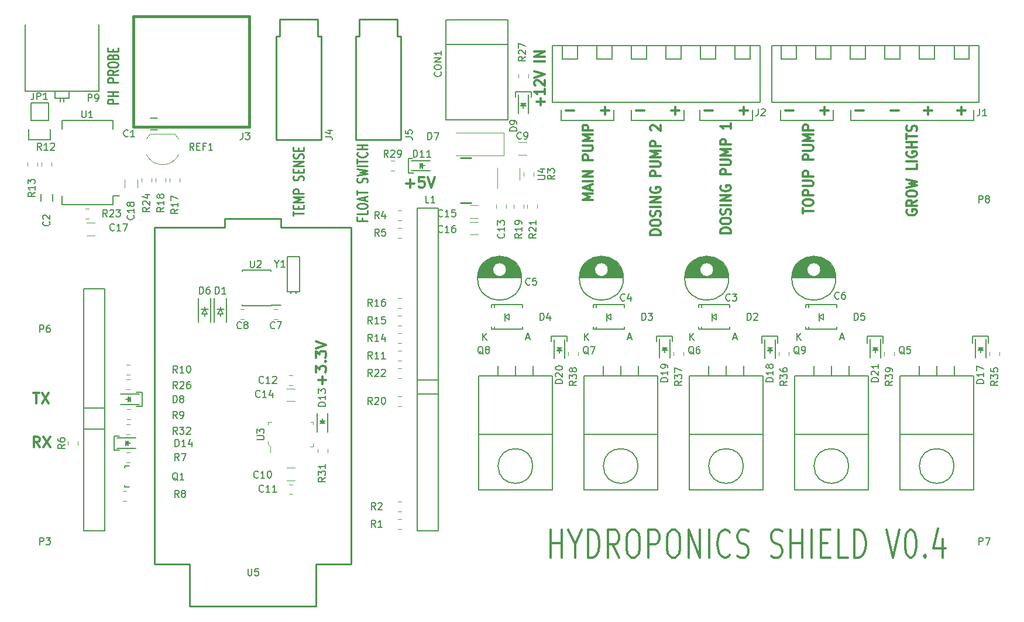
<source format=gbr>
G04 #@! TF.GenerationSoftware,KiCad,Pcbnew,5.0.0-fee4fd1~66~ubuntu16.04.1*
G04 #@! TF.CreationDate,2018-09-28T16:25:47-04:00*
G04 #@! TF.ProjectId,hydroponics_shield_rev4,687964726F706F6E6963735F73686965,rev?*
G04 #@! TF.SameCoordinates,Original*
G04 #@! TF.FileFunction,Legend,Top*
G04 #@! TF.FilePolarity,Positive*
%FSLAX46Y46*%
G04 Gerber Fmt 4.6, Leading zero omitted, Abs format (unit mm)*
G04 Created by KiCad (PCBNEW 5.0.0-fee4fd1~66~ubuntu16.04.1) date Fri Sep 28 16:25:47 2018*
%MOMM*%
%LPD*%
G01*
G04 APERTURE LIST*
%ADD10C,0.300000*%
%ADD11C,0.200000*%
%ADD12C,0.275000*%
%ADD13C,0.381000*%
%ADD14C,0.150000*%
%ADD15C,0.120000*%
%ADD16C,0.100000*%
%ADD17C,0.254000*%
G04 APERTURE END LIST*
D10*
X23626000Y-108755571D02*
X23126000Y-108041285D01*
X22768857Y-108755571D02*
X22768857Y-107255571D01*
X23340285Y-107255571D01*
X23483142Y-107327000D01*
X23554571Y-107398428D01*
X23626000Y-107541285D01*
X23626000Y-107755571D01*
X23554571Y-107898428D01*
X23483142Y-107969857D01*
X23340285Y-108041285D01*
X22768857Y-108041285D01*
X24126000Y-107255571D02*
X25126000Y-108755571D01*
X25126000Y-107255571D02*
X24126000Y-108755571D01*
X22733142Y-100905571D02*
X23590285Y-100905571D01*
X23161714Y-102405571D02*
X23161714Y-100905571D01*
X23947428Y-100905571D02*
X24947428Y-102405571D01*
X24947428Y-100905571D02*
X23947428Y-102405571D01*
X64496142Y-99647000D02*
X64496142Y-98504142D01*
X65067571Y-99075571D02*
X63924714Y-99075571D01*
X63567571Y-97932714D02*
X63567571Y-97004142D01*
X64139000Y-97504142D01*
X64139000Y-97289857D01*
X64210428Y-97147000D01*
X64281857Y-97075571D01*
X64424714Y-97004142D01*
X64781857Y-97004142D01*
X64924714Y-97075571D01*
X64996142Y-97147000D01*
X65067571Y-97289857D01*
X65067571Y-97718428D01*
X64996142Y-97861285D01*
X64924714Y-97932714D01*
X64924714Y-96361285D02*
X64996142Y-96289857D01*
X65067571Y-96361285D01*
X64996142Y-96432714D01*
X64924714Y-96361285D01*
X65067571Y-96361285D01*
X63567571Y-95789857D02*
X63567571Y-94861285D01*
X64139000Y-95361285D01*
X64139000Y-95147000D01*
X64210428Y-95004142D01*
X64281857Y-94932714D01*
X64424714Y-94861285D01*
X64781857Y-94861285D01*
X64924714Y-94932714D01*
X64996142Y-95004142D01*
X65067571Y-95147000D01*
X65067571Y-95575571D01*
X64996142Y-95718428D01*
X64924714Y-95789857D01*
X63567571Y-94432714D02*
X65067571Y-93932714D01*
X63567571Y-93432714D01*
X76684428Y-70592142D02*
X77827285Y-70592142D01*
X77255857Y-71163571D02*
X77255857Y-70020714D01*
X79255857Y-69663571D02*
X78541571Y-69663571D01*
X78470142Y-70377857D01*
X78541571Y-70306428D01*
X78684428Y-70235000D01*
X79041571Y-70235000D01*
X79184428Y-70306428D01*
X79255857Y-70377857D01*
X79327285Y-70520714D01*
X79327285Y-70877857D01*
X79255857Y-71020714D01*
X79184428Y-71092142D01*
X79041571Y-71163571D01*
X78684428Y-71163571D01*
X78541571Y-71092142D01*
X78470142Y-71020714D01*
X79755857Y-69663571D02*
X80255857Y-71163571D01*
X80755857Y-69663571D01*
D11*
X94742000Y-57277000D02*
X94742000Y-58039000D01*
X92456000Y-57277000D02*
X94742000Y-57277000D01*
X92456000Y-58039000D02*
X92456000Y-57277000D01*
X34417000Y-107188000D02*
X35179000Y-107188000D01*
X34417000Y-109220000D02*
X34417000Y-107188000D01*
X35179000Y-109220000D02*
X34417000Y-109220000D01*
X38481000Y-102870000D02*
X37592000Y-102870000D01*
X38481000Y-100838000D02*
X38481000Y-102870000D01*
X37592000Y-100838000D02*
X38481000Y-100838000D01*
X76962000Y-69088000D02*
X77724000Y-69088000D01*
X76962000Y-66929000D02*
X76962000Y-69088000D01*
X77597000Y-66929000D02*
X76962000Y-66929000D01*
X160909000Y-92710000D02*
X160909000Y-93726000D01*
X158623000Y-92710000D02*
X160909000Y-92710000D01*
X158623000Y-93726000D02*
X158623000Y-92710000D01*
X145669000Y-92710000D02*
X145669000Y-93726000D01*
X143383000Y-92710000D02*
X145669000Y-92710000D01*
X143383000Y-93726000D02*
X143383000Y-92710000D01*
X130429000Y-92710000D02*
X130429000Y-93726000D01*
X128143000Y-92710000D02*
X130429000Y-92710000D01*
X128143000Y-93726000D02*
X128143000Y-92710000D01*
X115189000Y-92710000D02*
X115189000Y-93472000D01*
X112903000Y-92710000D02*
X112903000Y-93472000D01*
X112903000Y-92710000D02*
X115189000Y-92710000D01*
X99949000Y-92710000D02*
X99949000Y-93472000D01*
X97663000Y-92710000D02*
X99949000Y-92710000D01*
X97663000Y-93472000D02*
X97663000Y-92710000D01*
D12*
X70250857Y-75615388D02*
X70250857Y-75982054D01*
X71036571Y-75982054D02*
X69536571Y-75982054D01*
X69536571Y-75458245D01*
X71036571Y-74515388D02*
X71036571Y-75039197D01*
X69536571Y-75039197D01*
X69536571Y-73939197D02*
X69536571Y-73729673D01*
X69608000Y-73624911D01*
X69750857Y-73520150D01*
X70036571Y-73467769D01*
X70536571Y-73467769D01*
X70822285Y-73520150D01*
X70965142Y-73624911D01*
X71036571Y-73729673D01*
X71036571Y-73939197D01*
X70965142Y-74043959D01*
X70822285Y-74148721D01*
X70536571Y-74201102D01*
X70036571Y-74201102D01*
X69750857Y-74148721D01*
X69608000Y-74043959D01*
X69536571Y-73939197D01*
X70608000Y-73048721D02*
X70608000Y-72524911D01*
X71036571Y-73153483D02*
X69536571Y-72786816D01*
X71036571Y-72420150D01*
X69536571Y-72210626D02*
X69536571Y-71582054D01*
X71036571Y-71896340D02*
X69536571Y-71896340D01*
X70965142Y-70429673D02*
X71036571Y-70272530D01*
X71036571Y-70010626D01*
X70965142Y-69905864D01*
X70893714Y-69853483D01*
X70750857Y-69801102D01*
X70608000Y-69801102D01*
X70465142Y-69853483D01*
X70393714Y-69905864D01*
X70322285Y-70010626D01*
X70250857Y-70220150D01*
X70179428Y-70324911D01*
X70108000Y-70377292D01*
X69965142Y-70429673D01*
X69822285Y-70429673D01*
X69679428Y-70377292D01*
X69608000Y-70324911D01*
X69536571Y-70220150D01*
X69536571Y-69958245D01*
X69608000Y-69801102D01*
X69536571Y-69434435D02*
X71036571Y-69172530D01*
X69965142Y-68963007D01*
X71036571Y-68753483D01*
X69536571Y-68491578D01*
X71036571Y-68072530D02*
X69536571Y-68072530D01*
X69536571Y-67705864D02*
X69536571Y-67077292D01*
X71036571Y-67391578D02*
X69536571Y-67391578D01*
X70893714Y-66082054D02*
X70965142Y-66134435D01*
X71036571Y-66291578D01*
X71036571Y-66396340D01*
X70965142Y-66553483D01*
X70822285Y-66658245D01*
X70679428Y-66710626D01*
X70393714Y-66763007D01*
X70179428Y-66763007D01*
X69893714Y-66710626D01*
X69750857Y-66658245D01*
X69608000Y-66553483D01*
X69536571Y-66396340D01*
X69536571Y-66291578D01*
X69608000Y-66134435D01*
X69679428Y-66082054D01*
X71036571Y-65610626D02*
X69536571Y-65610626D01*
X70250857Y-65610626D02*
X70250857Y-64982054D01*
X71036571Y-64982054D02*
X69536571Y-64982054D01*
X60316371Y-75263054D02*
X60316371Y-74634483D01*
X61816371Y-74948769D02*
X60316371Y-74948769D01*
X61030657Y-74267816D02*
X61030657Y-73901150D01*
X61816371Y-73744007D02*
X61816371Y-74267816D01*
X60316371Y-74267816D01*
X60316371Y-73744007D01*
X61816371Y-73272578D02*
X60316371Y-73272578D01*
X61387800Y-72905911D01*
X60316371Y-72539245D01*
X61816371Y-72539245D01*
X61816371Y-72015435D02*
X60316371Y-72015435D01*
X60316371Y-71596388D01*
X60387800Y-71491626D01*
X60459228Y-71439245D01*
X60602085Y-71386864D01*
X60816371Y-71386864D01*
X60959228Y-71439245D01*
X61030657Y-71491626D01*
X61102085Y-71596388D01*
X61102085Y-72015435D01*
X61744942Y-70129721D02*
X61816371Y-69972578D01*
X61816371Y-69710673D01*
X61744942Y-69605911D01*
X61673514Y-69553530D01*
X61530657Y-69501150D01*
X61387800Y-69501150D01*
X61244942Y-69553530D01*
X61173514Y-69605911D01*
X61102085Y-69710673D01*
X61030657Y-69920197D01*
X60959228Y-70024959D01*
X60887800Y-70077340D01*
X60744942Y-70129721D01*
X60602085Y-70129721D01*
X60459228Y-70077340D01*
X60387800Y-70024959D01*
X60316371Y-69920197D01*
X60316371Y-69658292D01*
X60387800Y-69501150D01*
X61030657Y-69029721D02*
X61030657Y-68663054D01*
X61816371Y-68505911D02*
X61816371Y-69029721D01*
X60316371Y-69029721D01*
X60316371Y-68505911D01*
X61816371Y-68034483D02*
X60316371Y-68034483D01*
X61816371Y-67405911D01*
X60316371Y-67405911D01*
X61744942Y-66934483D02*
X61816371Y-66777340D01*
X61816371Y-66515435D01*
X61744942Y-66410673D01*
X61673514Y-66358292D01*
X61530657Y-66305911D01*
X61387800Y-66305911D01*
X61244942Y-66358292D01*
X61173514Y-66410673D01*
X61102085Y-66515435D01*
X61030657Y-66724959D01*
X60959228Y-66829721D01*
X60887800Y-66882102D01*
X60744942Y-66934483D01*
X60602085Y-66934483D01*
X60459228Y-66882102D01*
X60387800Y-66829721D01*
X60316371Y-66724959D01*
X60316371Y-66463054D01*
X60387800Y-66305911D01*
X61030657Y-65834483D02*
X61030657Y-65467816D01*
X61816371Y-65310673D02*
X61816371Y-65834483D01*
X60316371Y-65834483D01*
X60316371Y-65310673D01*
D10*
X149110000Y-74428428D02*
X149038571Y-74557000D01*
X149038571Y-74749857D01*
X149110000Y-74942714D01*
X149252857Y-75071285D01*
X149395714Y-75135571D01*
X149681428Y-75199857D01*
X149895714Y-75199857D01*
X150181428Y-75135571D01*
X150324285Y-75071285D01*
X150467142Y-74942714D01*
X150538571Y-74749857D01*
X150538571Y-74621285D01*
X150467142Y-74428428D01*
X150395714Y-74364142D01*
X149895714Y-74364142D01*
X149895714Y-74621285D01*
X150538571Y-73014142D02*
X149824285Y-73464142D01*
X150538571Y-73785571D02*
X149038571Y-73785571D01*
X149038571Y-73271285D01*
X149110000Y-73142714D01*
X149181428Y-73078428D01*
X149324285Y-73014142D01*
X149538571Y-73014142D01*
X149681428Y-73078428D01*
X149752857Y-73142714D01*
X149824285Y-73271285D01*
X149824285Y-73785571D01*
X149038571Y-72178428D02*
X149038571Y-71921285D01*
X149110000Y-71792714D01*
X149252857Y-71664142D01*
X149538571Y-71599857D01*
X150038571Y-71599857D01*
X150324285Y-71664142D01*
X150467142Y-71792714D01*
X150538571Y-71921285D01*
X150538571Y-72178428D01*
X150467142Y-72307000D01*
X150324285Y-72435571D01*
X150038571Y-72499857D01*
X149538571Y-72499857D01*
X149252857Y-72435571D01*
X149110000Y-72307000D01*
X149038571Y-72178428D01*
X149038571Y-71149857D02*
X150538571Y-70828428D01*
X149467142Y-70571285D01*
X150538571Y-70314142D01*
X149038571Y-69992714D01*
X150538571Y-67807000D02*
X150538571Y-68449857D01*
X149038571Y-68449857D01*
X150538571Y-67357000D02*
X149038571Y-67357000D01*
X149110000Y-66007000D02*
X149038571Y-66135571D01*
X149038571Y-66328428D01*
X149110000Y-66521285D01*
X149252857Y-66649857D01*
X149395714Y-66714142D01*
X149681428Y-66778428D01*
X149895714Y-66778428D01*
X150181428Y-66714142D01*
X150324285Y-66649857D01*
X150467142Y-66521285D01*
X150538571Y-66328428D01*
X150538571Y-66199857D01*
X150467142Y-66007000D01*
X150395714Y-65942714D01*
X149895714Y-65942714D01*
X149895714Y-66199857D01*
X150538571Y-65364142D02*
X149038571Y-65364142D01*
X149752857Y-65364142D02*
X149752857Y-64592714D01*
X150538571Y-64592714D02*
X149038571Y-64592714D01*
X149038571Y-64142714D02*
X149038571Y-63371285D01*
X150538571Y-63757000D02*
X149038571Y-63757000D01*
X150467142Y-62985571D02*
X150538571Y-62792714D01*
X150538571Y-62471285D01*
X150467142Y-62342714D01*
X150395714Y-62278428D01*
X150252857Y-62214142D01*
X150110000Y-62214142D01*
X149967142Y-62278428D01*
X149895714Y-62342714D01*
X149824285Y-62471285D01*
X149752857Y-62728428D01*
X149681428Y-62857000D01*
X149610000Y-62921285D01*
X149467142Y-62985571D01*
X149324285Y-62985571D01*
X149181428Y-62921285D01*
X149110000Y-62857000D01*
X149038571Y-62728428D01*
X149038571Y-62407000D01*
X149110000Y-62214142D01*
X134052571Y-74945857D02*
X134052571Y-74174428D01*
X135552571Y-74560142D02*
X134052571Y-74560142D01*
X134052571Y-73467285D02*
X134052571Y-73210142D01*
X134124000Y-73081571D01*
X134266857Y-72953000D01*
X134552571Y-72888714D01*
X135052571Y-72888714D01*
X135338285Y-72953000D01*
X135481142Y-73081571D01*
X135552571Y-73210142D01*
X135552571Y-73467285D01*
X135481142Y-73595857D01*
X135338285Y-73724428D01*
X135052571Y-73788714D01*
X134552571Y-73788714D01*
X134266857Y-73724428D01*
X134124000Y-73595857D01*
X134052571Y-73467285D01*
X135552571Y-72310142D02*
X134052571Y-72310142D01*
X134052571Y-71795857D01*
X134124000Y-71667285D01*
X134195428Y-71603000D01*
X134338285Y-71538714D01*
X134552571Y-71538714D01*
X134695428Y-71603000D01*
X134766857Y-71667285D01*
X134838285Y-71795857D01*
X134838285Y-72310142D01*
X134052571Y-70960142D02*
X135266857Y-70960142D01*
X135409714Y-70895857D01*
X135481142Y-70831571D01*
X135552571Y-70703000D01*
X135552571Y-70445857D01*
X135481142Y-70317285D01*
X135409714Y-70253000D01*
X135266857Y-70188714D01*
X134052571Y-70188714D01*
X135552571Y-69545857D02*
X134052571Y-69545857D01*
X134052571Y-69031571D01*
X134124000Y-68903000D01*
X134195428Y-68838714D01*
X134338285Y-68774428D01*
X134552571Y-68774428D01*
X134695428Y-68838714D01*
X134766857Y-68903000D01*
X134838285Y-69031571D01*
X134838285Y-69545857D01*
X135552571Y-67167285D02*
X134052571Y-67167285D01*
X134052571Y-66653000D01*
X134124000Y-66524428D01*
X134195428Y-66460142D01*
X134338285Y-66395857D01*
X134552571Y-66395857D01*
X134695428Y-66460142D01*
X134766857Y-66524428D01*
X134838285Y-66653000D01*
X134838285Y-67167285D01*
X134052571Y-65817285D02*
X135266857Y-65817285D01*
X135409714Y-65753000D01*
X135481142Y-65688714D01*
X135552571Y-65560142D01*
X135552571Y-65303000D01*
X135481142Y-65174428D01*
X135409714Y-65110142D01*
X135266857Y-65045857D01*
X134052571Y-65045857D01*
X135552571Y-64403000D02*
X134052571Y-64403000D01*
X135124000Y-63953000D01*
X134052571Y-63503000D01*
X135552571Y-63503000D01*
X135552571Y-62860142D02*
X134052571Y-62860142D01*
X134052571Y-62345857D01*
X134124000Y-62217285D01*
X134195428Y-62153000D01*
X134338285Y-62088714D01*
X134552571Y-62088714D01*
X134695428Y-62153000D01*
X134766857Y-62217285D01*
X134838285Y-62345857D01*
X134838285Y-62860142D01*
X123614571Y-77757142D02*
X122114571Y-77757142D01*
X122114571Y-77435714D01*
X122186000Y-77242857D01*
X122328857Y-77114285D01*
X122471714Y-77050000D01*
X122757428Y-76985714D01*
X122971714Y-76985714D01*
X123257428Y-77050000D01*
X123400285Y-77114285D01*
X123543142Y-77242857D01*
X123614571Y-77435714D01*
X123614571Y-77757142D01*
X122114571Y-76150000D02*
X122114571Y-75892857D01*
X122186000Y-75764285D01*
X122328857Y-75635714D01*
X122614571Y-75571428D01*
X123114571Y-75571428D01*
X123400285Y-75635714D01*
X123543142Y-75764285D01*
X123614571Y-75892857D01*
X123614571Y-76150000D01*
X123543142Y-76278571D01*
X123400285Y-76407142D01*
X123114571Y-76471428D01*
X122614571Y-76471428D01*
X122328857Y-76407142D01*
X122186000Y-76278571D01*
X122114571Y-76150000D01*
X123543142Y-75057142D02*
X123614571Y-74864285D01*
X123614571Y-74542857D01*
X123543142Y-74414285D01*
X123471714Y-74350000D01*
X123328857Y-74285714D01*
X123186000Y-74285714D01*
X123043142Y-74350000D01*
X122971714Y-74414285D01*
X122900285Y-74542857D01*
X122828857Y-74800000D01*
X122757428Y-74928571D01*
X122686000Y-74992857D01*
X122543142Y-75057142D01*
X122400285Y-75057142D01*
X122257428Y-74992857D01*
X122186000Y-74928571D01*
X122114571Y-74800000D01*
X122114571Y-74478571D01*
X122186000Y-74285714D01*
X123614571Y-73707142D02*
X122114571Y-73707142D01*
X123614571Y-73064285D02*
X122114571Y-73064285D01*
X123614571Y-72292857D01*
X122114571Y-72292857D01*
X122186000Y-70942857D02*
X122114571Y-71071428D01*
X122114571Y-71264285D01*
X122186000Y-71457142D01*
X122328857Y-71585714D01*
X122471714Y-71650000D01*
X122757428Y-71714285D01*
X122971714Y-71714285D01*
X123257428Y-71650000D01*
X123400285Y-71585714D01*
X123543142Y-71457142D01*
X123614571Y-71264285D01*
X123614571Y-71135714D01*
X123543142Y-70942857D01*
X123471714Y-70878571D01*
X122971714Y-70878571D01*
X122971714Y-71135714D01*
X123614571Y-69271428D02*
X122114571Y-69271428D01*
X122114571Y-68757142D01*
X122186000Y-68628571D01*
X122257428Y-68564285D01*
X122400285Y-68500000D01*
X122614571Y-68500000D01*
X122757428Y-68564285D01*
X122828857Y-68628571D01*
X122900285Y-68757142D01*
X122900285Y-69271428D01*
X122114571Y-67921428D02*
X123328857Y-67921428D01*
X123471714Y-67857142D01*
X123543142Y-67792857D01*
X123614571Y-67664285D01*
X123614571Y-67407142D01*
X123543142Y-67278571D01*
X123471714Y-67214285D01*
X123328857Y-67150000D01*
X122114571Y-67150000D01*
X123614571Y-66507142D02*
X122114571Y-66507142D01*
X123186000Y-66057142D01*
X122114571Y-65607142D01*
X123614571Y-65607142D01*
X123614571Y-64964285D02*
X122114571Y-64964285D01*
X122114571Y-64450000D01*
X122186000Y-64321428D01*
X122257428Y-64257142D01*
X122400285Y-64192857D01*
X122614571Y-64192857D01*
X122757428Y-64257142D01*
X122828857Y-64321428D01*
X122900285Y-64450000D01*
X122900285Y-64964285D01*
X123614571Y-61878571D02*
X123614571Y-62650000D01*
X123614571Y-62264285D02*
X122114571Y-62264285D01*
X122328857Y-62392857D01*
X122471714Y-62521428D01*
X122543142Y-62650000D01*
X113468370Y-78009946D02*
X111968373Y-78012564D01*
X111967812Y-77691136D01*
X112038904Y-77498154D01*
X112181536Y-77369334D01*
X112324281Y-77304799D01*
X112609883Y-77240015D01*
X112824168Y-77239641D01*
X113109994Y-77303428D01*
X113252963Y-77367464D01*
X113396044Y-77495786D01*
X113467809Y-77688518D01*
X113468370Y-78009946D01*
X111965568Y-76405424D02*
X111965119Y-76148281D01*
X112036323Y-76019585D01*
X112178956Y-75890765D01*
X112464557Y-75825980D01*
X112964556Y-75825108D01*
X113250382Y-75888895D01*
X113393464Y-76017217D01*
X113465117Y-76145663D01*
X113465565Y-76402806D01*
X113394361Y-76531501D01*
X113251729Y-76660322D01*
X112966127Y-76725106D01*
X112466128Y-76725979D01*
X112180302Y-76662192D01*
X112037221Y-76533870D01*
X111965568Y-76405424D01*
X113392230Y-75310075D02*
X113463321Y-75117093D01*
X113462760Y-74795665D01*
X113391108Y-74667219D01*
X113319567Y-74603058D01*
X113176598Y-74539021D01*
X113033741Y-74539271D01*
X112890996Y-74603806D01*
X112819680Y-74668216D01*
X112748476Y-74796912D01*
X112677496Y-75054179D01*
X112606292Y-75182875D01*
X112534976Y-75247285D01*
X112392231Y-75311820D01*
X112249374Y-75312069D01*
X112106405Y-75248033D01*
X112034864Y-75183872D01*
X111963212Y-75055426D01*
X111962651Y-74733998D01*
X112033742Y-74541016D01*
X113461302Y-73959952D02*
X111961304Y-73962570D01*
X113460180Y-73317096D02*
X111960182Y-73319714D01*
X113458833Y-72545669D01*
X111958836Y-72548287D01*
X112027908Y-71198164D02*
X111956704Y-71326860D01*
X111957041Y-71519717D01*
X112028806Y-71712449D01*
X112171887Y-71840771D01*
X112314856Y-71904807D01*
X112600682Y-71968594D01*
X112814968Y-71968220D01*
X113100569Y-71903436D01*
X113243314Y-71838901D01*
X113385946Y-71710080D01*
X113457038Y-71517099D01*
X113456814Y-71388527D01*
X113385049Y-71195795D01*
X113313508Y-71131634D01*
X112813509Y-71132507D01*
X112813958Y-71389649D01*
X113453560Y-69524245D02*
X111953562Y-69526863D01*
X111952665Y-69012578D01*
X112023869Y-68883882D01*
X112095185Y-68819472D01*
X112237930Y-68754937D01*
X112452215Y-68754563D01*
X112595184Y-68818599D01*
X112666725Y-68882760D01*
X112738378Y-69011206D01*
X112739275Y-69525491D01*
X111951206Y-68176865D02*
X113165490Y-68174745D01*
X113308235Y-68110210D01*
X113379551Y-68045800D01*
X113450755Y-67917104D01*
X113450306Y-67659962D01*
X113378653Y-67531515D01*
X113307113Y-67467354D01*
X113164144Y-67403318D01*
X111949860Y-67405437D01*
X113448736Y-66759963D02*
X111948738Y-66762581D01*
X113019379Y-66310712D01*
X111947167Y-65862582D01*
X113447165Y-65859964D01*
X113446043Y-65217108D02*
X111946045Y-65219726D01*
X111945147Y-64705441D01*
X112016351Y-64576745D01*
X112087668Y-64512335D01*
X112230412Y-64447800D01*
X112444698Y-64447426D01*
X112587667Y-64511463D01*
X112659208Y-64575623D01*
X112730860Y-64704070D01*
X112731758Y-65218355D01*
X112084863Y-62905195D02*
X112013322Y-62841034D01*
X111941669Y-62712587D01*
X111941108Y-62391159D01*
X112012312Y-62262463D01*
X112083629Y-62198053D01*
X112226373Y-62133518D01*
X112369230Y-62133269D01*
X112583628Y-62197180D01*
X113442116Y-62967112D01*
X113440657Y-62131399D01*
X103675571Y-72964000D02*
X102175571Y-72964000D01*
X103247000Y-72514000D01*
X102175571Y-72064000D01*
X103675571Y-72064000D01*
X103247000Y-71485428D02*
X103247000Y-70842571D01*
X103675571Y-71614000D02*
X102175571Y-71164000D01*
X103675571Y-70714000D01*
X103675571Y-70264000D02*
X102175571Y-70264000D01*
X103675571Y-69621142D02*
X102175571Y-69621142D01*
X103675571Y-68849714D01*
X102175571Y-68849714D01*
X103675571Y-67178285D02*
X102175571Y-67178285D01*
X102175571Y-66664000D01*
X102247000Y-66535428D01*
X102318428Y-66471142D01*
X102461285Y-66406857D01*
X102675571Y-66406857D01*
X102818428Y-66471142D01*
X102889857Y-66535428D01*
X102961285Y-66664000D01*
X102961285Y-67178285D01*
X102175571Y-65828285D02*
X103389857Y-65828285D01*
X103532714Y-65764000D01*
X103604142Y-65699714D01*
X103675571Y-65571142D01*
X103675571Y-65314000D01*
X103604142Y-65185428D01*
X103532714Y-65121142D01*
X103389857Y-65056857D01*
X102175571Y-65056857D01*
X103675571Y-64414000D02*
X102175571Y-64414000D01*
X103247000Y-63964000D01*
X102175571Y-63514000D01*
X103675571Y-63514000D01*
X103675571Y-62871142D02*
X102175571Y-62871142D01*
X102175571Y-62356857D01*
X102247000Y-62228285D01*
X102318428Y-62164000D01*
X102461285Y-62099714D01*
X102675571Y-62099714D01*
X102818428Y-62164000D01*
X102889857Y-62228285D01*
X102961285Y-62356857D01*
X102961285Y-62871142D01*
X96119142Y-59293428D02*
X96119142Y-58264857D01*
X96690571Y-58779142D02*
X95547714Y-58779142D01*
X96690571Y-56914857D02*
X96690571Y-57686285D01*
X96690571Y-57300571D02*
X95190571Y-57300571D01*
X95404857Y-57429142D01*
X95547714Y-57557714D01*
X95619142Y-57686285D01*
X95333428Y-56400571D02*
X95262000Y-56336285D01*
X95190571Y-56207714D01*
X95190571Y-55886285D01*
X95262000Y-55757714D01*
X95333428Y-55693428D01*
X95476285Y-55629142D01*
X95619142Y-55629142D01*
X95833428Y-55693428D01*
X96690571Y-56464857D01*
X96690571Y-55629142D01*
X95190571Y-55243428D02*
X96690571Y-54793428D01*
X95190571Y-54343428D01*
X96690571Y-52864857D02*
X95190571Y-52864857D01*
X96690571Y-52222000D02*
X95190571Y-52222000D01*
X96690571Y-51450571D01*
X95190571Y-51450571D01*
D11*
X78232000Y-74168000D02*
X78232000Y-120904000D01*
X29972000Y-106172000D02*
X33020000Y-106172000D01*
X29972000Y-103124000D02*
X33020000Y-103124000D01*
X29972000Y-120904000D02*
X29972000Y-85852000D01*
X33020000Y-120904000D02*
X29972000Y-120904000D01*
X33020000Y-85852000D02*
X33020000Y-120904000D01*
X29972000Y-85852000D02*
X33020000Y-85852000D01*
X78232000Y-101092000D02*
X81280000Y-101092000D01*
X78232000Y-99060000D02*
X81280000Y-99060000D01*
X81280000Y-74168000D02*
X78232000Y-74168000D01*
X81280000Y-120904000D02*
X81280000Y-74168000D01*
X78232000Y-120904000D02*
X81280000Y-120904000D01*
D10*
X131508571Y-60051142D02*
X132651428Y-60051142D01*
X124904571Y-60051142D02*
X126047428Y-60051142D01*
X125476000Y-60622571D02*
X125476000Y-59479714D01*
D11*
X158750000Y-61468000D02*
X140970000Y-61468000D01*
X140970000Y-61468000D02*
X140970000Y-59944000D01*
X138430000Y-61468000D02*
X138430000Y-59944000D01*
X130810000Y-59944000D02*
X130810000Y-61468000D01*
X130810000Y-61468000D02*
X138430000Y-61468000D01*
D10*
X136588571Y-60051142D02*
X137731428Y-60051142D01*
X137160000Y-60622571D02*
X137160000Y-59479714D01*
D12*
X34968571Y-59000940D02*
X33468571Y-59000940D01*
X33468571Y-58581892D01*
X33540000Y-58477130D01*
X33611428Y-58424750D01*
X33754285Y-58372369D01*
X33968571Y-58372369D01*
X34111428Y-58424750D01*
X34182857Y-58477130D01*
X34254285Y-58581892D01*
X34254285Y-59000940D01*
X34968571Y-57900940D02*
X33468571Y-57900940D01*
X34182857Y-57900940D02*
X34182857Y-57272369D01*
X34968571Y-57272369D02*
X33468571Y-57272369D01*
X34968571Y-55910464D02*
X33468571Y-55910464D01*
X33468571Y-55491416D01*
X33540000Y-55386654D01*
X33611428Y-55334273D01*
X33754285Y-55281892D01*
X33968571Y-55281892D01*
X34111428Y-55334273D01*
X34182857Y-55386654D01*
X34254285Y-55491416D01*
X34254285Y-55910464D01*
X34968571Y-54181892D02*
X34254285Y-54548559D01*
X34968571Y-54810464D02*
X33468571Y-54810464D01*
X33468571Y-54391416D01*
X33540000Y-54286654D01*
X33611428Y-54234273D01*
X33754285Y-54181892D01*
X33968571Y-54181892D01*
X34111428Y-54234273D01*
X34182857Y-54286654D01*
X34254285Y-54391416D01*
X34254285Y-54810464D01*
X33468571Y-53500940D02*
X33468571Y-53291416D01*
X33540000Y-53186654D01*
X33682857Y-53081892D01*
X33968571Y-53029511D01*
X34468571Y-53029511D01*
X34754285Y-53081892D01*
X34897142Y-53186654D01*
X34968571Y-53291416D01*
X34968571Y-53500940D01*
X34897142Y-53605702D01*
X34754285Y-53710464D01*
X34468571Y-53762845D01*
X33968571Y-53762845D01*
X33682857Y-53710464D01*
X33540000Y-53605702D01*
X33468571Y-53500940D01*
X34182857Y-52191416D02*
X34254285Y-52034273D01*
X34325714Y-51981892D01*
X34468571Y-51929511D01*
X34682857Y-51929511D01*
X34825714Y-51981892D01*
X34897142Y-52034273D01*
X34968571Y-52139035D01*
X34968571Y-52558083D01*
X33468571Y-52558083D01*
X33468571Y-52191416D01*
X33540000Y-52086654D01*
X33611428Y-52034273D01*
X33754285Y-51981892D01*
X33897142Y-51981892D01*
X34040000Y-52034273D01*
X34111428Y-52086654D01*
X34182857Y-52191416D01*
X34182857Y-52558083D01*
X34182857Y-51458083D02*
X34182857Y-51091416D01*
X34968571Y-50934273D02*
X34968571Y-51458083D01*
X33468571Y-51458083D01*
X33468571Y-50934273D01*
D10*
X97551857Y-124745523D02*
X97551857Y-120745523D01*
X97551857Y-122650285D02*
X99180428Y-122650285D01*
X99180428Y-124745523D02*
X99180428Y-120745523D01*
X101080428Y-122840761D02*
X101080428Y-124745523D01*
X100130428Y-120745523D02*
X101080428Y-122840761D01*
X102030428Y-120745523D01*
X102980428Y-124745523D02*
X102980428Y-120745523D01*
X103659000Y-120745523D01*
X104066142Y-120936000D01*
X104337571Y-121316952D01*
X104473285Y-121697904D01*
X104609000Y-122459809D01*
X104609000Y-123031238D01*
X104473285Y-123793142D01*
X104337571Y-124174095D01*
X104066142Y-124555047D01*
X103659000Y-124745523D01*
X102980428Y-124745523D01*
X107459000Y-124745523D02*
X106509000Y-122840761D01*
X105830428Y-124745523D02*
X105830428Y-120745523D01*
X106916142Y-120745523D01*
X107187571Y-120936000D01*
X107323285Y-121126476D01*
X107459000Y-121507428D01*
X107459000Y-122078857D01*
X107323285Y-122459809D01*
X107187571Y-122650285D01*
X106916142Y-122840761D01*
X105830428Y-122840761D01*
X109223285Y-120745523D02*
X109766142Y-120745523D01*
X110037571Y-120936000D01*
X110309000Y-121316952D01*
X110444714Y-122078857D01*
X110444714Y-123412190D01*
X110309000Y-124174095D01*
X110037571Y-124555047D01*
X109766142Y-124745523D01*
X109223285Y-124745523D01*
X108951857Y-124555047D01*
X108680428Y-124174095D01*
X108544714Y-123412190D01*
X108544714Y-122078857D01*
X108680428Y-121316952D01*
X108951857Y-120936000D01*
X109223285Y-120745523D01*
X111666142Y-124745523D02*
X111666142Y-120745523D01*
X112751857Y-120745523D01*
X113023285Y-120936000D01*
X113159000Y-121126476D01*
X113294714Y-121507428D01*
X113294714Y-122078857D01*
X113159000Y-122459809D01*
X113023285Y-122650285D01*
X112751857Y-122840761D01*
X111666142Y-122840761D01*
X115059000Y-120745523D02*
X115601857Y-120745523D01*
X115873285Y-120936000D01*
X116144714Y-121316952D01*
X116280428Y-122078857D01*
X116280428Y-123412190D01*
X116144714Y-124174095D01*
X115873285Y-124555047D01*
X115601857Y-124745523D01*
X115059000Y-124745523D01*
X114787571Y-124555047D01*
X114516142Y-124174095D01*
X114380428Y-123412190D01*
X114380428Y-122078857D01*
X114516142Y-121316952D01*
X114787571Y-120936000D01*
X115059000Y-120745523D01*
X117501857Y-124745523D02*
X117501857Y-120745523D01*
X119130428Y-124745523D01*
X119130428Y-120745523D01*
X120487571Y-124745523D02*
X120487571Y-120745523D01*
X123473285Y-124364571D02*
X123337571Y-124555047D01*
X122930428Y-124745523D01*
X122659000Y-124745523D01*
X122251857Y-124555047D01*
X121980428Y-124174095D01*
X121844714Y-123793142D01*
X121709000Y-123031238D01*
X121709000Y-122459809D01*
X121844714Y-121697904D01*
X121980428Y-121316952D01*
X122251857Y-120936000D01*
X122659000Y-120745523D01*
X122930428Y-120745523D01*
X123337571Y-120936000D01*
X123473285Y-121126476D01*
X124559000Y-124555047D02*
X124966142Y-124745523D01*
X125644714Y-124745523D01*
X125916142Y-124555047D01*
X126051857Y-124364571D01*
X126187571Y-123983619D01*
X126187571Y-123602666D01*
X126051857Y-123221714D01*
X125916142Y-123031238D01*
X125644714Y-122840761D01*
X125101857Y-122650285D01*
X124830428Y-122459809D01*
X124694714Y-122269333D01*
X124559000Y-121888380D01*
X124559000Y-121507428D01*
X124694714Y-121126476D01*
X124830428Y-120936000D01*
X125101857Y-120745523D01*
X125780428Y-120745523D01*
X126187571Y-120936000D01*
X129444714Y-124555047D02*
X129851857Y-124745523D01*
X130530428Y-124745523D01*
X130801857Y-124555047D01*
X130937571Y-124364571D01*
X131073285Y-123983619D01*
X131073285Y-123602666D01*
X130937571Y-123221714D01*
X130801857Y-123031238D01*
X130530428Y-122840761D01*
X129987571Y-122650285D01*
X129716142Y-122459809D01*
X129580428Y-122269333D01*
X129444714Y-121888380D01*
X129444714Y-121507428D01*
X129580428Y-121126476D01*
X129716142Y-120936000D01*
X129987571Y-120745523D01*
X130666142Y-120745523D01*
X131073285Y-120936000D01*
X132294714Y-124745523D02*
X132294714Y-120745523D01*
X132294714Y-122650285D02*
X133923285Y-122650285D01*
X133923285Y-124745523D02*
X133923285Y-120745523D01*
X135280428Y-124745523D02*
X135280428Y-120745523D01*
X136637571Y-122650285D02*
X137587571Y-122650285D01*
X137994714Y-124745523D02*
X136637571Y-124745523D01*
X136637571Y-120745523D01*
X137994714Y-120745523D01*
X140573285Y-124745523D02*
X139216142Y-124745523D01*
X139216142Y-120745523D01*
X141523285Y-124745523D02*
X141523285Y-120745523D01*
X142201857Y-120745523D01*
X142609000Y-120936000D01*
X142880428Y-121316952D01*
X143016142Y-121697904D01*
X143151857Y-122459809D01*
X143151857Y-123031238D01*
X143016142Y-123793142D01*
X142880428Y-124174095D01*
X142609000Y-124555047D01*
X142201857Y-124745523D01*
X141523285Y-124745523D01*
X146137571Y-120745523D02*
X147087571Y-124745523D01*
X148037571Y-120745523D01*
X149530428Y-120745523D02*
X149801857Y-120745523D01*
X150073285Y-120936000D01*
X150209000Y-121126476D01*
X150344714Y-121507428D01*
X150480428Y-122269333D01*
X150480428Y-123221714D01*
X150344714Y-123983619D01*
X150209000Y-124364571D01*
X150073285Y-124555047D01*
X149801857Y-124745523D01*
X149530428Y-124745523D01*
X149259000Y-124555047D01*
X149123285Y-124364571D01*
X148987571Y-123983619D01*
X148851857Y-123221714D01*
X148851857Y-122269333D01*
X148987571Y-121507428D01*
X149123285Y-121126476D01*
X149259000Y-120936000D01*
X149530428Y-120745523D01*
X151701857Y-124364571D02*
X151837571Y-124555047D01*
X151701857Y-124745523D01*
X151566142Y-124555047D01*
X151701857Y-124364571D01*
X151701857Y-124745523D01*
X154280428Y-122078857D02*
X154280428Y-124745523D01*
X153601857Y-120555047D02*
X152923285Y-123412190D01*
X154687571Y-123412190D01*
D11*
X158750000Y-61468000D02*
X158750000Y-59944000D01*
D10*
X146748571Y-60051142D02*
X147891428Y-60051142D01*
X141668571Y-60051142D02*
X142811428Y-60051142D01*
X156400571Y-60051142D02*
X157543428Y-60051142D01*
X156972000Y-60622571D02*
X156972000Y-59479714D01*
X151574571Y-60051142D02*
X152717428Y-60051142D01*
X152146000Y-60622571D02*
X152146000Y-59479714D01*
D11*
X119126000Y-61468000D02*
X126746000Y-61468000D01*
X119126000Y-59944000D02*
X119126000Y-61468000D01*
X126746000Y-61468000D02*
X126746000Y-59944000D01*
D10*
X119824571Y-60051142D02*
X120967428Y-60051142D01*
D11*
X109220000Y-61468000D02*
X116840000Y-61468000D01*
X109220000Y-59944000D02*
X109220000Y-61468000D01*
X116840000Y-61468000D02*
X116840000Y-59944000D01*
D10*
X109918571Y-60051142D02*
X111061428Y-60051142D01*
X114998571Y-60051142D02*
X116141428Y-60051142D01*
X115570000Y-60622571D02*
X115570000Y-59479714D01*
D11*
X106680000Y-61468000D02*
X106680000Y-59944000D01*
X99060000Y-61468000D02*
X106680000Y-61468000D01*
X99060000Y-59944000D02*
X99060000Y-61468000D01*
D10*
X99758571Y-60051142D02*
X100901428Y-60051142D01*
X104838571Y-60051142D02*
X105981428Y-60051142D01*
X105410000Y-60622571D02*
X105410000Y-59479714D01*
D13*
G04 #@! TO.C,J3*
X37211000Y-62357000D02*
X53975000Y-62357000D01*
X37211000Y-46355000D02*
X37211000Y-62357000D01*
X53975000Y-46355000D02*
X37211000Y-46355000D01*
X53975000Y-62357000D02*
X53975000Y-46355000D01*
D14*
G04 #@! TO.C,P9*
X26568400Y-58242200D02*
X26568400Y-58750200D01*
X27076400Y-58242200D02*
X27076400Y-58750200D01*
X32156400Y-57226200D02*
X32156400Y-47574200D01*
X21488400Y-57226200D02*
X21488400Y-47574200D01*
X32156400Y-57226200D02*
X21488400Y-57226200D01*
X27838400Y-57226200D02*
X27838400Y-58242200D01*
X25806400Y-57226200D02*
X27838400Y-57226200D01*
X25806400Y-58242200D02*
X25806400Y-57226200D01*
X27838400Y-58242200D02*
X25806400Y-58242200D01*
G04 #@! TO.C,D8*
X38049000Y-101104000D02*
X35349000Y-101104000D01*
X38049000Y-102604000D02*
X35349000Y-102604000D01*
X36549000Y-101704000D02*
X36549000Y-101954000D01*
X36549000Y-101954000D02*
X36699000Y-101804000D01*
X36799000Y-102204000D02*
X36799000Y-101504000D01*
X36449000Y-101854000D02*
X36099000Y-101854000D01*
X36799000Y-101854000D02*
X36449000Y-102204000D01*
X36449000Y-102204000D02*
X36449000Y-101504000D01*
X36449000Y-101504000D02*
X36799000Y-101854000D01*
G04 #@! TO.C,D14*
X34849000Y-108954000D02*
X37549000Y-108954000D01*
X34849000Y-107454000D02*
X37549000Y-107454000D01*
X36349000Y-108354000D02*
X36349000Y-108104000D01*
X36349000Y-108104000D02*
X36199000Y-108254000D01*
X36099000Y-107854000D02*
X36099000Y-108554000D01*
X36449000Y-108204000D02*
X36799000Y-108204000D01*
X36099000Y-108204000D02*
X36449000Y-107854000D01*
X36449000Y-107854000D02*
X36449000Y-108554000D01*
X36449000Y-108554000D02*
X36099000Y-108204000D01*
D15*
G04 #@! TO.C,REF1*
X43202000Y-63428000D02*
X39602000Y-63428000D01*
X43726184Y-64155205D02*
G75*
G03X43202000Y-63428000I-2324184J-1122795D01*
G01*
X43758400Y-66376807D02*
G75*
G02X41402000Y-67878000I-2356400J1098807D01*
G01*
X39045600Y-66376807D02*
G75*
G03X41402000Y-67878000I2356400J1098807D01*
G01*
X39077816Y-64155205D02*
G75*
G02X39602000Y-63428000I2324184J-1122795D01*
G01*
D14*
G04 #@! TO.C,C1*
X39632000Y-62826000D02*
X40632000Y-62826000D01*
X40632000Y-61126000D02*
X39632000Y-61126000D01*
G04 #@! TO.C,U1*
X34231200Y-73669000D02*
X34231200Y-72399000D01*
X26881200Y-73669000D02*
X26881200Y-72399000D01*
X26881200Y-61459000D02*
X26881200Y-62729000D01*
X34231200Y-61459000D02*
X34231200Y-62729000D01*
X34231200Y-73669000D02*
X26881200Y-73669000D01*
X34231200Y-61459000D02*
X26881200Y-61459000D01*
X34231200Y-72399000D02*
X35166200Y-72399000D01*
G04 #@! TO.C,CON1*
X91368880Y-50408840D02*
X82367120Y-50408840D01*
X91368880Y-46908720D02*
X82367120Y-46908720D01*
X82367120Y-46908720D02*
X82367120Y-61409580D01*
X82367120Y-61409580D02*
X91368880Y-61409580D01*
X91368880Y-61409580D02*
X91368880Y-46908720D01*
G04 #@! TO.C,J1*
X130933000Y-52537000D02*
X130933000Y-50737000D01*
X133133000Y-52537000D02*
X130933000Y-52537000D01*
X133133000Y-50737000D02*
X133133000Y-52537000D01*
X135933000Y-52537000D02*
X135933000Y-50737000D01*
X138133000Y-52537000D02*
X135933000Y-52537000D01*
X138133000Y-50737000D02*
X138133000Y-52537000D01*
X140933000Y-52537000D02*
X140933000Y-50737000D01*
X143133000Y-52537000D02*
X140933000Y-52537000D01*
X143133000Y-50737000D02*
X143133000Y-52537000D01*
X145933000Y-52537000D02*
X145933000Y-50737000D01*
X148133000Y-52537000D02*
X145933000Y-52537000D01*
X148133000Y-50737000D02*
X148133000Y-52537000D01*
X150933000Y-52537000D02*
X150933000Y-50737000D01*
X153133000Y-52537000D02*
X150933000Y-52537000D01*
X153133000Y-50737000D02*
X153133000Y-52537000D01*
X155933000Y-52537000D02*
X155933000Y-50737000D01*
X158133000Y-52537000D02*
X155933000Y-52537000D01*
X158133000Y-50737000D02*
X158133000Y-52537000D01*
X129533000Y-50737000D02*
X129533000Y-58826400D01*
X159562200Y-58826400D02*
X159562200Y-50647600D01*
X159533000Y-58837000D02*
X129533000Y-58837000D01*
X159533000Y-50637000D02*
X129533000Y-50637000D01*
G04 #@! TO.C,J2*
X99230000Y-52535000D02*
X99230000Y-50735000D01*
X101430000Y-52535000D02*
X99230000Y-52535000D01*
X101430000Y-50735000D02*
X101430000Y-52535000D01*
X104230000Y-52535000D02*
X104230000Y-50735000D01*
X106430000Y-52535000D02*
X104230000Y-52535000D01*
X106430000Y-50735000D02*
X106430000Y-52535000D01*
X109230000Y-52535000D02*
X109230000Y-50735000D01*
X111430000Y-52535000D02*
X109230000Y-52535000D01*
X111430000Y-50735000D02*
X111430000Y-52535000D01*
X114230000Y-52535000D02*
X114230000Y-50735000D01*
X116430000Y-52535000D02*
X114230000Y-52535000D01*
X116430000Y-50735000D02*
X116430000Y-52535000D01*
X119230000Y-52535000D02*
X119230000Y-50735000D01*
X121430000Y-52535000D02*
X119230000Y-52535000D01*
X121430000Y-50735000D02*
X121430000Y-52535000D01*
X124230000Y-52535000D02*
X124230000Y-50735000D01*
X126430000Y-52535000D02*
X124230000Y-52535000D01*
X126430000Y-50735000D02*
X126430000Y-52535000D01*
X97830000Y-50735000D02*
X97830000Y-58824400D01*
X127859200Y-58824400D02*
X127859200Y-50645600D01*
X127830000Y-58835000D02*
X97830000Y-58835000D01*
X127830000Y-50635000D02*
X97830000Y-50635000D01*
G04 #@! TO.C,C3*
X116993000Y-84233000D02*
X123291000Y-84233000D01*
X116999000Y-84093000D02*
X123285000Y-84093000D01*
X117012000Y-83953000D02*
X119696000Y-83953000D01*
X120588000Y-83953000D02*
X123272000Y-83953000D01*
X117031000Y-83813000D02*
X119486000Y-83813000D01*
X120798000Y-83813000D02*
X123253000Y-83813000D01*
X117057000Y-83673000D02*
X119353000Y-83673000D01*
X120931000Y-83673000D02*
X123227000Y-83673000D01*
X117089000Y-83533000D02*
X119262000Y-83533000D01*
X121022000Y-83533000D02*
X123195000Y-83533000D01*
X117128000Y-83393000D02*
X119200000Y-83393000D01*
X121084000Y-83393000D02*
X123156000Y-83393000D01*
X117174000Y-83253000D02*
X119161000Y-83253000D01*
X121123000Y-83253000D02*
X123110000Y-83253000D01*
X117227000Y-83113000D02*
X119144000Y-83113000D01*
X121140000Y-83113000D02*
X123057000Y-83113000D01*
X117289000Y-82973000D02*
X119146000Y-82973000D01*
X121138000Y-82973000D02*
X122995000Y-82973000D01*
X117359000Y-82833000D02*
X119168000Y-82833000D01*
X121116000Y-82833000D02*
X122925000Y-82833000D01*
X117438000Y-82693000D02*
X119211000Y-82693000D01*
X121073000Y-82693000D02*
X122846000Y-82693000D01*
X117526000Y-82553000D02*
X119279000Y-82553000D01*
X121005000Y-82553000D02*
X122758000Y-82553000D01*
X117626000Y-82413000D02*
X119378000Y-82413000D01*
X120906000Y-82413000D02*
X122658000Y-82413000D01*
X117738000Y-82273000D02*
X119523000Y-82273000D01*
X120761000Y-82273000D02*
X122546000Y-82273000D01*
X117863000Y-82133000D02*
X119762000Y-82133000D01*
X120522000Y-82133000D02*
X122421000Y-82133000D01*
X118006000Y-81993000D02*
X122278000Y-81993000D01*
X118168000Y-81853000D02*
X122116000Y-81853000D01*
X118356000Y-81713000D02*
X121928000Y-81713000D01*
X118579000Y-81573000D02*
X121705000Y-81573000D01*
X118855000Y-81433000D02*
X121429000Y-81433000D01*
X119230000Y-81293000D02*
X121054000Y-81293000D01*
X121142000Y-83058000D02*
G75*
G03X121142000Y-83058000I-1000000J0D01*
G01*
X123329500Y-84308000D02*
G75*
G03X123329500Y-84308000I-3187500J0D01*
G01*
G04 #@! TO.C,C4*
X101753000Y-84233000D02*
X108051000Y-84233000D01*
X101759000Y-84093000D02*
X108045000Y-84093000D01*
X101772000Y-83953000D02*
X104456000Y-83953000D01*
X105348000Y-83953000D02*
X108032000Y-83953000D01*
X101791000Y-83813000D02*
X104246000Y-83813000D01*
X105558000Y-83813000D02*
X108013000Y-83813000D01*
X101817000Y-83673000D02*
X104113000Y-83673000D01*
X105691000Y-83673000D02*
X107987000Y-83673000D01*
X101849000Y-83533000D02*
X104022000Y-83533000D01*
X105782000Y-83533000D02*
X107955000Y-83533000D01*
X101888000Y-83393000D02*
X103960000Y-83393000D01*
X105844000Y-83393000D02*
X107916000Y-83393000D01*
X101934000Y-83253000D02*
X103921000Y-83253000D01*
X105883000Y-83253000D02*
X107870000Y-83253000D01*
X101987000Y-83113000D02*
X103904000Y-83113000D01*
X105900000Y-83113000D02*
X107817000Y-83113000D01*
X102049000Y-82973000D02*
X103906000Y-82973000D01*
X105898000Y-82973000D02*
X107755000Y-82973000D01*
X102119000Y-82833000D02*
X103928000Y-82833000D01*
X105876000Y-82833000D02*
X107685000Y-82833000D01*
X102198000Y-82693000D02*
X103971000Y-82693000D01*
X105833000Y-82693000D02*
X107606000Y-82693000D01*
X102286000Y-82553000D02*
X104039000Y-82553000D01*
X105765000Y-82553000D02*
X107518000Y-82553000D01*
X102386000Y-82413000D02*
X104138000Y-82413000D01*
X105666000Y-82413000D02*
X107418000Y-82413000D01*
X102498000Y-82273000D02*
X104283000Y-82273000D01*
X105521000Y-82273000D02*
X107306000Y-82273000D01*
X102623000Y-82133000D02*
X104522000Y-82133000D01*
X105282000Y-82133000D02*
X107181000Y-82133000D01*
X102766000Y-81993000D02*
X107038000Y-81993000D01*
X102928000Y-81853000D02*
X106876000Y-81853000D01*
X103116000Y-81713000D02*
X106688000Y-81713000D01*
X103339000Y-81573000D02*
X106465000Y-81573000D01*
X103615000Y-81433000D02*
X106189000Y-81433000D01*
X103990000Y-81293000D02*
X105814000Y-81293000D01*
X105902000Y-83058000D02*
G75*
G03X105902000Y-83058000I-1000000J0D01*
G01*
X108089500Y-84308000D02*
G75*
G03X108089500Y-84308000I-3187500J0D01*
G01*
G04 #@! TO.C,C5*
X87021000Y-84233000D02*
X93319000Y-84233000D01*
X87027000Y-84093000D02*
X93313000Y-84093000D01*
X87040000Y-83953000D02*
X89724000Y-83953000D01*
X90616000Y-83953000D02*
X93300000Y-83953000D01*
X87059000Y-83813000D02*
X89514000Y-83813000D01*
X90826000Y-83813000D02*
X93281000Y-83813000D01*
X87085000Y-83673000D02*
X89381000Y-83673000D01*
X90959000Y-83673000D02*
X93255000Y-83673000D01*
X87117000Y-83533000D02*
X89290000Y-83533000D01*
X91050000Y-83533000D02*
X93223000Y-83533000D01*
X87156000Y-83393000D02*
X89228000Y-83393000D01*
X91112000Y-83393000D02*
X93184000Y-83393000D01*
X87202000Y-83253000D02*
X89189000Y-83253000D01*
X91151000Y-83253000D02*
X93138000Y-83253000D01*
X87255000Y-83113000D02*
X89172000Y-83113000D01*
X91168000Y-83113000D02*
X93085000Y-83113000D01*
X87317000Y-82973000D02*
X89174000Y-82973000D01*
X91166000Y-82973000D02*
X93023000Y-82973000D01*
X87387000Y-82833000D02*
X89196000Y-82833000D01*
X91144000Y-82833000D02*
X92953000Y-82833000D01*
X87466000Y-82693000D02*
X89239000Y-82693000D01*
X91101000Y-82693000D02*
X92874000Y-82693000D01*
X87554000Y-82553000D02*
X89307000Y-82553000D01*
X91033000Y-82553000D02*
X92786000Y-82553000D01*
X87654000Y-82413000D02*
X89406000Y-82413000D01*
X90934000Y-82413000D02*
X92686000Y-82413000D01*
X87766000Y-82273000D02*
X89551000Y-82273000D01*
X90789000Y-82273000D02*
X92574000Y-82273000D01*
X87891000Y-82133000D02*
X89790000Y-82133000D01*
X90550000Y-82133000D02*
X92449000Y-82133000D01*
X88034000Y-81993000D02*
X92306000Y-81993000D01*
X88196000Y-81853000D02*
X92144000Y-81853000D01*
X88384000Y-81713000D02*
X91956000Y-81713000D01*
X88607000Y-81573000D02*
X91733000Y-81573000D01*
X88883000Y-81433000D02*
X91457000Y-81433000D01*
X89258000Y-81293000D02*
X91082000Y-81293000D01*
X91170000Y-83058000D02*
G75*
G03X91170000Y-83058000I-1000000J0D01*
G01*
X93357500Y-84308000D02*
G75*
G03X93357500Y-84308000I-3187500J0D01*
G01*
G04 #@! TO.C,Q5*
X155956000Y-98425000D02*
X155956000Y-97028000D01*
X153416000Y-98425000D02*
X153416000Y-97028000D01*
X150876000Y-98425000D02*
X150876000Y-97028000D01*
X155930472Y-111506000D02*
G75*
G03X155930472Y-111506000I-2514472J0D01*
G01*
X148082000Y-106934000D02*
X148082000Y-114935000D01*
X148082000Y-114935000D02*
X158750000Y-114935000D01*
X158750000Y-114935000D02*
X158750000Y-106934000D01*
X148082000Y-98425000D02*
X148082000Y-106934000D01*
X148082000Y-106934000D02*
X158750000Y-106934000D01*
X158750000Y-106934000D02*
X158750000Y-98425000D01*
X153416000Y-98425000D02*
X158750000Y-98425000D01*
X153416000Y-98425000D02*
X148082000Y-98425000D01*
G04 #@! TO.C,Q6*
X125476000Y-98425000D02*
X125476000Y-97028000D01*
X122936000Y-98425000D02*
X122936000Y-97028000D01*
X120396000Y-98425000D02*
X120396000Y-97028000D01*
X125450472Y-111506000D02*
G75*
G03X125450472Y-111506000I-2514472J0D01*
G01*
X117602000Y-106934000D02*
X117602000Y-114935000D01*
X117602000Y-114935000D02*
X128270000Y-114935000D01*
X128270000Y-114935000D02*
X128270000Y-106934000D01*
X117602000Y-98425000D02*
X117602000Y-106934000D01*
X117602000Y-106934000D02*
X128270000Y-106934000D01*
X128270000Y-106934000D02*
X128270000Y-98425000D01*
X122936000Y-98425000D02*
X128270000Y-98425000D01*
X122936000Y-98425000D02*
X117602000Y-98425000D01*
G04 #@! TO.C,Q7*
X110236000Y-98425000D02*
X110236000Y-97028000D01*
X107696000Y-98425000D02*
X107696000Y-97028000D01*
X105156000Y-98425000D02*
X105156000Y-97028000D01*
X110210472Y-111506000D02*
G75*
G03X110210472Y-111506000I-2514472J0D01*
G01*
X102362000Y-106934000D02*
X102362000Y-114935000D01*
X102362000Y-114935000D02*
X113030000Y-114935000D01*
X113030000Y-114935000D02*
X113030000Y-106934000D01*
X102362000Y-98425000D02*
X102362000Y-106934000D01*
X102362000Y-106934000D02*
X113030000Y-106934000D01*
X113030000Y-106934000D02*
X113030000Y-98425000D01*
X107696000Y-98425000D02*
X113030000Y-98425000D01*
X107696000Y-98425000D02*
X102362000Y-98425000D01*
G04 #@! TO.C,Q8*
X94996000Y-98425000D02*
X94996000Y-97028000D01*
X92456000Y-98425000D02*
X92456000Y-97028000D01*
X89916000Y-98425000D02*
X89916000Y-97028000D01*
X94970472Y-111506000D02*
G75*
G03X94970472Y-111506000I-2514472J0D01*
G01*
X87122000Y-106934000D02*
X87122000Y-114935000D01*
X87122000Y-114935000D02*
X97790000Y-114935000D01*
X97790000Y-114935000D02*
X97790000Y-106934000D01*
X87122000Y-98425000D02*
X87122000Y-106934000D01*
X87122000Y-106934000D02*
X97790000Y-106934000D01*
X97790000Y-106934000D02*
X97790000Y-98425000D01*
X92456000Y-98425000D02*
X97790000Y-98425000D01*
X92456000Y-98425000D02*
X87122000Y-98425000D01*
G04 #@! TO.C,C6*
X132487000Y-84233000D02*
X138785000Y-84233000D01*
X132493000Y-84093000D02*
X138779000Y-84093000D01*
X132506000Y-83953000D02*
X135190000Y-83953000D01*
X136082000Y-83953000D02*
X138766000Y-83953000D01*
X132525000Y-83813000D02*
X134980000Y-83813000D01*
X136292000Y-83813000D02*
X138747000Y-83813000D01*
X132551000Y-83673000D02*
X134847000Y-83673000D01*
X136425000Y-83673000D02*
X138721000Y-83673000D01*
X132583000Y-83533000D02*
X134756000Y-83533000D01*
X136516000Y-83533000D02*
X138689000Y-83533000D01*
X132622000Y-83393000D02*
X134694000Y-83393000D01*
X136578000Y-83393000D02*
X138650000Y-83393000D01*
X132668000Y-83253000D02*
X134655000Y-83253000D01*
X136617000Y-83253000D02*
X138604000Y-83253000D01*
X132721000Y-83113000D02*
X134638000Y-83113000D01*
X136634000Y-83113000D02*
X138551000Y-83113000D01*
X132783000Y-82973000D02*
X134640000Y-82973000D01*
X136632000Y-82973000D02*
X138489000Y-82973000D01*
X132853000Y-82833000D02*
X134662000Y-82833000D01*
X136610000Y-82833000D02*
X138419000Y-82833000D01*
X132932000Y-82693000D02*
X134705000Y-82693000D01*
X136567000Y-82693000D02*
X138340000Y-82693000D01*
X133020000Y-82553000D02*
X134773000Y-82553000D01*
X136499000Y-82553000D02*
X138252000Y-82553000D01*
X133120000Y-82413000D02*
X134872000Y-82413000D01*
X136400000Y-82413000D02*
X138152000Y-82413000D01*
X133232000Y-82273000D02*
X135017000Y-82273000D01*
X136255000Y-82273000D02*
X138040000Y-82273000D01*
X133357000Y-82133000D02*
X135256000Y-82133000D01*
X136016000Y-82133000D02*
X137915000Y-82133000D01*
X133500000Y-81993000D02*
X137772000Y-81993000D01*
X133662000Y-81853000D02*
X137610000Y-81853000D01*
X133850000Y-81713000D02*
X137422000Y-81713000D01*
X134073000Y-81573000D02*
X137199000Y-81573000D01*
X134349000Y-81433000D02*
X136923000Y-81433000D01*
X134724000Y-81293000D02*
X136548000Y-81293000D01*
X136636000Y-83058000D02*
G75*
G03X136636000Y-83058000I-1000000J0D01*
G01*
X138823500Y-84308000D02*
G75*
G03X138823500Y-84308000I-3187500J0D01*
G01*
G04 #@! TO.C,Q9*
X140716000Y-98425000D02*
X140716000Y-97028000D01*
X138176000Y-98425000D02*
X138176000Y-97028000D01*
X135636000Y-98425000D02*
X135636000Y-97028000D01*
X140690472Y-111506000D02*
G75*
G03X140690472Y-111506000I-2514472J0D01*
G01*
X132842000Y-106934000D02*
X132842000Y-114935000D01*
X132842000Y-114935000D02*
X143510000Y-114935000D01*
X143510000Y-114935000D02*
X143510000Y-106934000D01*
X132842000Y-98425000D02*
X132842000Y-106934000D01*
X132842000Y-106934000D02*
X143510000Y-106934000D01*
X143510000Y-106934000D02*
X143510000Y-98425000D01*
X138176000Y-98425000D02*
X143510000Y-98425000D01*
X138176000Y-98425000D02*
X132842000Y-98425000D01*
G04 #@! TO.C,D9*
X92858390Y-57763878D02*
X92858390Y-60463878D01*
X94358390Y-57763878D02*
X94358390Y-60463878D01*
X93458390Y-59263878D02*
X93708390Y-59263878D01*
X93708390Y-59263878D02*
X93558390Y-59113878D01*
X93958390Y-59013878D02*
X93258390Y-59013878D01*
X93608390Y-59363878D02*
X93608390Y-59713878D01*
X93608390Y-59013878D02*
X93958390Y-59363878D01*
X93958390Y-59363878D02*
X93258390Y-59363878D01*
X93258390Y-59363878D02*
X93608390Y-59013878D01*
G04 #@! TO.C,D11*
X77410778Y-68761810D02*
X80110778Y-68761810D01*
X77410778Y-67261810D02*
X80110778Y-67261810D01*
X78910778Y-68161810D02*
X78910778Y-67911810D01*
X78910778Y-67911810D02*
X78760778Y-68061810D01*
X78660778Y-67661810D02*
X78660778Y-68361810D01*
X79010778Y-68011810D02*
X79360778Y-68011810D01*
X78660778Y-68011810D02*
X79010778Y-67661810D01*
X79010778Y-67661810D02*
X79010778Y-68361810D01*
X79010778Y-68361810D02*
X78660778Y-68011810D01*
G04 #@! TO.C,D13*
X65307410Y-106586822D02*
X65307410Y-103886822D01*
X63807410Y-106586822D02*
X63807410Y-103886822D01*
X64707410Y-105086822D02*
X64457410Y-105086822D01*
X64457410Y-105086822D02*
X64607410Y-105236822D01*
X64207410Y-105336822D02*
X64907410Y-105336822D01*
X64557410Y-104986822D02*
X64557410Y-104636822D01*
X64557410Y-105336822D02*
X64207410Y-104986822D01*
X64207410Y-104986822D02*
X64907410Y-104986822D01*
X64907410Y-104986822D02*
X64557410Y-105336822D01*
G04 #@! TO.C,D17*
X159016000Y-93142000D02*
X159016000Y-95842000D01*
X160516000Y-93142000D02*
X160516000Y-95842000D01*
X159616000Y-94642000D02*
X159866000Y-94642000D01*
X159866000Y-94642000D02*
X159716000Y-94492000D01*
X160116000Y-94392000D02*
X159416000Y-94392000D01*
X159766000Y-94742000D02*
X159766000Y-95092000D01*
X159766000Y-94392000D02*
X160116000Y-94742000D01*
X160116000Y-94742000D02*
X159416000Y-94742000D01*
X159416000Y-94742000D02*
X159766000Y-94392000D01*
G04 #@! TO.C,D18*
X128536000Y-93175020D02*
X128536000Y-95875020D01*
X130036000Y-93175020D02*
X130036000Y-95875020D01*
X129136000Y-94675020D02*
X129386000Y-94675020D01*
X129386000Y-94675020D02*
X129236000Y-94525020D01*
X129636000Y-94425020D02*
X128936000Y-94425020D01*
X129286000Y-94775020D02*
X129286000Y-95125020D01*
X129286000Y-94425020D02*
X129636000Y-94775020D01*
X129636000Y-94775020D02*
X128936000Y-94775020D01*
X128936000Y-94775020D02*
X129286000Y-94425020D01*
G04 #@! TO.C,D19*
X113296000Y-93142000D02*
X113296000Y-95842000D01*
X114796000Y-93142000D02*
X114796000Y-95842000D01*
X113896000Y-94642000D02*
X114146000Y-94642000D01*
X114146000Y-94642000D02*
X113996000Y-94492000D01*
X114396000Y-94392000D02*
X113696000Y-94392000D01*
X114046000Y-94742000D02*
X114046000Y-95092000D01*
X114046000Y-94392000D02*
X114396000Y-94742000D01*
X114396000Y-94742000D02*
X113696000Y-94742000D01*
X113696000Y-94742000D02*
X114046000Y-94392000D01*
G04 #@! TO.C,D20*
X98056000Y-93175020D02*
X98056000Y-95875020D01*
X99556000Y-93175020D02*
X99556000Y-95875020D01*
X98656000Y-94675020D02*
X98906000Y-94675020D01*
X98906000Y-94675020D02*
X98756000Y-94525020D01*
X99156000Y-94425020D02*
X98456000Y-94425020D01*
X98806000Y-94775020D02*
X98806000Y-95125020D01*
X98806000Y-94425020D02*
X99156000Y-94775020D01*
X99156000Y-94775020D02*
X98456000Y-94775020D01*
X98456000Y-94775020D02*
X98806000Y-94425020D01*
G04 #@! TO.C,D21*
X143776000Y-93142000D02*
X143776000Y-95842000D01*
X145276000Y-93142000D02*
X145276000Y-95842000D01*
X144376000Y-94642000D02*
X144626000Y-94642000D01*
X144626000Y-94642000D02*
X144476000Y-94492000D01*
X144876000Y-94392000D02*
X144176000Y-94392000D01*
X144526000Y-94742000D02*
X144526000Y-95092000D01*
X144526000Y-94392000D02*
X144876000Y-94742000D01*
X144876000Y-94742000D02*
X144176000Y-94742000D01*
X144176000Y-94742000D02*
X144526000Y-94392000D01*
D16*
G04 #@! TO.C,U3*
X56669000Y-107909000D02*
X56669000Y-108384000D01*
X56669000Y-108384000D02*
X56969000Y-108709000D01*
X56969000Y-108709000D02*
X56969000Y-109509000D01*
X63219000Y-108234000D02*
X63219000Y-108709000D01*
X63219000Y-108709000D02*
X62769000Y-108709000D01*
X57169000Y-105159000D02*
X56669000Y-105159000D01*
X56669000Y-105159000D02*
X56669000Y-105559000D01*
X62844000Y-105159000D02*
X63219000Y-105159000D01*
X63219000Y-105159000D02*
X63219000Y-105459000D01*
D14*
G04 #@! TO.C,Y1*
X60037980Y-86227920D02*
X59938920Y-86527640D01*
X60637420Y-86227920D02*
X60736480Y-86527640D01*
X61236860Y-86227920D02*
X61236860Y-81178400D01*
X61236860Y-81178400D02*
X59438540Y-81178400D01*
X59438540Y-81178400D02*
X59438540Y-86227920D01*
X61236860Y-86227920D02*
X59438540Y-86227920D01*
G04 #@! TO.C,C2*
X25488000Y-73144000D02*
X25488000Y-72144000D01*
X23788000Y-72144000D02*
X23788000Y-73144000D01*
G04 #@! TO.C,Q1*
X36626800Y-114529820D02*
X35925760Y-114529820D01*
X35925760Y-114529820D02*
X35925760Y-114280900D01*
X35925760Y-111730840D02*
X35925760Y-111530180D01*
X35925760Y-111530180D02*
X36626800Y-111530180D01*
G04 #@! TO.C,D5*
X136442640Y-89916000D02*
X136992640Y-89466000D01*
X136992640Y-89466000D02*
X136992640Y-90366000D01*
X136992640Y-90366000D02*
X136442640Y-89916000D01*
X136442640Y-89366000D02*
X136442640Y-90466000D01*
X134893500Y-91666060D02*
X134893500Y-91315540D01*
X134893500Y-88165940D02*
X134893500Y-88516460D01*
X138943080Y-91666060D02*
X138943080Y-91315540D01*
X134442200Y-91666060D02*
X134442200Y-91315540D01*
X134442200Y-88165940D02*
X134442200Y-88516460D01*
X138943080Y-88165940D02*
X138943080Y-88516460D01*
X134442200Y-91666060D02*
X138943080Y-91666060D01*
X134442200Y-88165940D02*
X138943080Y-88165940D01*
G04 #@! TO.C,D2*
X120948640Y-89916000D02*
X121498640Y-89466000D01*
X121498640Y-89466000D02*
X121498640Y-90366000D01*
X121498640Y-90366000D02*
X120948640Y-89916000D01*
X120948640Y-89366000D02*
X120948640Y-90466000D01*
X119399500Y-91666060D02*
X119399500Y-91315540D01*
X119399500Y-88165940D02*
X119399500Y-88516460D01*
X123449080Y-91666060D02*
X123449080Y-91315540D01*
X118948200Y-91666060D02*
X118948200Y-91315540D01*
X118948200Y-88165940D02*
X118948200Y-88516460D01*
X123449080Y-88165940D02*
X123449080Y-88516460D01*
X118948200Y-91666060D02*
X123449080Y-91666060D01*
X118948200Y-88165940D02*
X123449080Y-88165940D01*
G04 #@! TO.C,D3*
X105708640Y-89916000D02*
X106258640Y-89466000D01*
X106258640Y-89466000D02*
X106258640Y-90366000D01*
X106258640Y-90366000D02*
X105708640Y-89916000D01*
X105708640Y-89366000D02*
X105708640Y-90466000D01*
X104159500Y-91666060D02*
X104159500Y-91315540D01*
X104159500Y-88165940D02*
X104159500Y-88516460D01*
X108209080Y-91666060D02*
X108209080Y-91315540D01*
X103708200Y-91666060D02*
X103708200Y-91315540D01*
X103708200Y-88165940D02*
X103708200Y-88516460D01*
X108209080Y-88165940D02*
X108209080Y-88516460D01*
X103708200Y-91666060D02*
X108209080Y-91666060D01*
X103708200Y-88165940D02*
X108209080Y-88165940D01*
G04 #@! TO.C,D4*
X90976640Y-89916000D02*
X91526640Y-89466000D01*
X91526640Y-89466000D02*
X91526640Y-90366000D01*
X91526640Y-90366000D02*
X90976640Y-89916000D01*
X90976640Y-89366000D02*
X90976640Y-90466000D01*
X89427500Y-91666060D02*
X89427500Y-91315540D01*
X89427500Y-88165940D02*
X89427500Y-88516460D01*
X93477080Y-91666060D02*
X93477080Y-91315540D01*
X88976200Y-91666060D02*
X88976200Y-91315540D01*
X88976200Y-88165940D02*
X88976200Y-88516460D01*
X93477080Y-88165940D02*
X93477080Y-88516460D01*
X88976200Y-91666060D02*
X93477080Y-91666060D01*
X88976200Y-88165940D02*
X93477080Y-88165940D01*
G04 #@! TO.C,JP1*
X22352000Y-61468000D02*
X22352000Y-58928000D01*
X22072000Y-64288000D02*
X22072000Y-62738000D01*
X22352000Y-61468000D02*
X24892000Y-61468000D01*
X25172000Y-62738000D02*
X25172000Y-64288000D01*
X25172000Y-64288000D02*
X22072000Y-64288000D01*
X24892000Y-61468000D02*
X24892000Y-58928000D01*
X24892000Y-58928000D02*
X22352000Y-58928000D01*
G04 #@! TO.C,D1*
X49784000Y-89471500D02*
X49784000Y-89852500D01*
X49784000Y-88455500D02*
X49784000Y-88836500D01*
X49784000Y-88836500D02*
X50165000Y-89471500D01*
X50165000Y-89471500D02*
X49403000Y-89471500D01*
X49403000Y-89471500D02*
X49784000Y-88836500D01*
X50292000Y-88836500D02*
X49276000Y-88836500D01*
X48884000Y-87154000D02*
X48884000Y-90694000D01*
X50684000Y-87154000D02*
X50684000Y-90694000D01*
G04 #@! TO.C,D6*
X47498000Y-89471500D02*
X47498000Y-89852500D01*
X47498000Y-88455500D02*
X47498000Y-88836500D01*
X47498000Y-88836500D02*
X47879000Y-89471500D01*
X47879000Y-89471500D02*
X47117000Y-89471500D01*
X47117000Y-89471500D02*
X47498000Y-88836500D01*
X48006000Y-88836500D02*
X46990000Y-88836500D01*
X46598000Y-87154000D02*
X46598000Y-90694000D01*
X48398000Y-87154000D02*
X48398000Y-90694000D01*
D17*
G04 #@! TO.C,U5*
X63627000Y-131826000D02*
X63627000Y-125730000D01*
X45339000Y-131826000D02*
X63627000Y-131826000D01*
X45339000Y-125730000D02*
X45339000Y-131826000D01*
X40259000Y-125730000D02*
X45339000Y-125730000D01*
X40259000Y-76962000D02*
X40259000Y-125730000D01*
X50419000Y-76962000D02*
X40259000Y-76962000D01*
X50419000Y-75692000D02*
X50419000Y-76962000D01*
X58547000Y-75692000D02*
X50419000Y-75692000D01*
X58547000Y-76962000D02*
X58547000Y-75692000D01*
X68707000Y-76962000D02*
X58547000Y-76962000D01*
X68707000Y-125730000D02*
X68707000Y-76962000D01*
X63627000Y-125730000D02*
X68707000Y-125730000D01*
D15*
G04 #@! TO.C,R1*
X75430748Y-120598000D02*
X75953252Y-120598000D01*
X75430748Y-119178000D02*
X75953252Y-119178000D01*
G04 #@! TO.C,R2*
X75421748Y-116638000D02*
X75944252Y-116638000D01*
X75421748Y-118058000D02*
X75944252Y-118058000D01*
D14*
G04 #@! TO.C,U2*
X57091400Y-88274600D02*
X57091400Y-88224600D01*
X52941400Y-88274600D02*
X52941400Y-88129600D01*
X52941400Y-83124600D02*
X52941400Y-83269600D01*
X57091400Y-83124600D02*
X57091400Y-83269600D01*
X57091400Y-88274600D02*
X52941400Y-88274600D01*
X57091400Y-83124600D02*
X52941400Y-83124600D01*
X57091400Y-88224600D02*
X58491400Y-88224600D01*
D15*
G04 #@! TO.C,U4*
X93050000Y-70115000D02*
X93050000Y-68315000D01*
X89830000Y-68315000D02*
X89830000Y-71265000D01*
D17*
G04 #@! TO.C,L1*
X86058000Y-66854000D02*
X84558000Y-66854000D01*
X84558000Y-73354000D02*
X86058000Y-73354000D01*
D15*
G04 #@! TO.C,D7*
X90760000Y-66547000D02*
X90760000Y-63247000D01*
X90760000Y-63247000D02*
X83860000Y-63247000D01*
X90760000Y-66547000D02*
X83860000Y-66547000D01*
G04 #@! TO.C,C9*
X92869936Y-64622000D02*
X94074064Y-64622000D01*
X92869936Y-66442000D02*
X94074064Y-66442000D01*
G04 #@! TO.C,R3*
X93651000Y-68953748D02*
X93651000Y-69476252D01*
X95071000Y-68953748D02*
X95071000Y-69476252D01*
G04 #@! TO.C,R19*
X93623200Y-73652748D02*
X93623200Y-74175252D01*
X92203200Y-73652748D02*
X92203200Y-74175252D01*
G04 #@! TO.C,C7*
X58071652Y-90219600D02*
X57549148Y-90219600D01*
X58071652Y-88799600D02*
X57549148Y-88799600D01*
G04 #@! TO.C,C8*
X53225652Y-90219600D02*
X52703148Y-90219600D01*
X53225652Y-88799600D02*
X52703148Y-88799600D01*
G04 #@! TO.C,C10*
X60546064Y-113584400D02*
X59341936Y-113584400D01*
X60546064Y-111764400D02*
X59341936Y-111764400D01*
G04 #@! TO.C,C11*
X60205252Y-115594200D02*
X59682748Y-115594200D01*
X60205252Y-114174200D02*
X59682748Y-114174200D01*
G04 #@! TO.C,C12*
X60205252Y-98350000D02*
X59682748Y-98350000D01*
X60205252Y-99770000D02*
X59682748Y-99770000D01*
G04 #@! TO.C,C13*
X89714000Y-73652748D02*
X89714000Y-74175252D01*
X91134000Y-73652748D02*
X91134000Y-74175252D01*
G04 #@! TO.C,C14*
X60546064Y-100309000D02*
X59341936Y-100309000D01*
X60546064Y-102129000D02*
X59341936Y-102129000D01*
G04 #@! TO.C,C15*
X85884936Y-73766000D02*
X87089064Y-73766000D01*
X85884936Y-75586000D02*
X87089064Y-75586000D01*
G04 #@! TO.C,C16*
X85884936Y-77999000D02*
X87089064Y-77999000D01*
X85884936Y-76179000D02*
X87089064Y-76179000D01*
G04 #@! TO.C,R4*
X75953252Y-74474000D02*
X75430748Y-74474000D01*
X75953252Y-75894000D02*
X75430748Y-75894000D01*
G04 #@! TO.C,R5*
X75953252Y-78434000D02*
X75430748Y-78434000D01*
X75953252Y-77014000D02*
X75430748Y-77014000D01*
G04 #@! TO.C,R6*
X29158000Y-108465252D02*
X29158000Y-107942748D01*
X27738000Y-108465252D02*
X27738000Y-107942748D01*
G04 #@! TO.C,R7*
X36710252Y-109526000D02*
X36187748Y-109526000D01*
X36710252Y-110946000D02*
X36187748Y-110946000D01*
G04 #@! TO.C,R8*
X36202252Y-116534000D02*
X35679748Y-116534000D01*
X36202252Y-115114000D02*
X35679748Y-115114000D01*
G04 #@! TO.C,R9*
X36757252Y-103303000D02*
X36234748Y-103303000D01*
X36757252Y-104723000D02*
X36234748Y-104723000D01*
G04 #@! TO.C,R10*
X36187748Y-96826000D02*
X36710252Y-96826000D01*
X36187748Y-98246000D02*
X36710252Y-98246000D01*
G04 #@! TO.C,R11*
X75430748Y-96214000D02*
X75953252Y-96214000D01*
X75430748Y-94794000D02*
X75953252Y-94794000D01*
G04 #@! TO.C,R12*
X25348000Y-67556748D02*
X25348000Y-68079252D01*
X23928000Y-67556748D02*
X23928000Y-68079252D01*
G04 #@! TO.C,R13*
X23265200Y-68079252D02*
X23265200Y-67556748D01*
X21845200Y-68079252D02*
X21845200Y-67556748D01*
G04 #@! TO.C,R14*
X75430748Y-93674000D02*
X75953252Y-93674000D01*
X75430748Y-92254000D02*
X75953252Y-92254000D01*
G04 #@! TO.C,R15*
X75430748Y-89714000D02*
X75953252Y-89714000D01*
X75430748Y-91134000D02*
X75953252Y-91134000D01*
G04 #@! TO.C,R16*
X75430748Y-88594000D02*
X75953252Y-88594000D01*
X75430748Y-87174000D02*
X75953252Y-87174000D01*
G04 #@! TO.C,R17*
X42470000Y-70365252D02*
X42470000Y-69842748D01*
X43890000Y-70365252D02*
X43890000Y-69842748D01*
G04 #@! TO.C,R18*
X41858000Y-69842748D02*
X41858000Y-70365252D01*
X40438000Y-69842748D02*
X40438000Y-70365252D01*
G04 #@! TO.C,R20*
X75953252Y-101398000D02*
X75430748Y-101398000D01*
X75953252Y-102818000D02*
X75430748Y-102818000D01*
G04 #@! TO.C,R21*
X95579000Y-73652748D02*
X95579000Y-74175252D01*
X94159000Y-73652748D02*
X94159000Y-74175252D01*
G04 #@! TO.C,R22*
X75430748Y-97334000D02*
X75953252Y-97334000D01*
X75430748Y-98754000D02*
X75953252Y-98754000D01*
G04 #@! TO.C,R26*
X36710252Y-100405000D02*
X36187748Y-100405000D01*
X36710252Y-98985000D02*
X36187748Y-98985000D01*
G04 #@! TO.C,R27*
X92898390Y-55307130D02*
X92898390Y-54784626D01*
X94318390Y-55307130D02*
X94318390Y-54784626D01*
G04 #@! TO.C,R29*
X74954030Y-68721810D02*
X74431526Y-68721810D01*
X74954030Y-67301810D02*
X74431526Y-67301810D01*
G04 #@! TO.C,R31*
X63847410Y-109043570D02*
X63847410Y-109566074D01*
X65267410Y-109043570D02*
X65267410Y-109566074D01*
G04 #@! TO.C,R32*
X36187748Y-106882000D02*
X36710252Y-106882000D01*
X36187748Y-105462000D02*
X36710252Y-105462000D01*
G04 #@! TO.C,R35*
X161088000Y-94988748D02*
X161088000Y-95511252D01*
X162508000Y-94988748D02*
X162508000Y-95511252D01*
G04 #@! TO.C,R36*
X132028000Y-95005248D02*
X132028000Y-95527752D01*
X130608000Y-95005248D02*
X130608000Y-95527752D01*
G04 #@! TO.C,R37*
X115368000Y-94967148D02*
X115368000Y-95489652D01*
X116788000Y-94967148D02*
X116788000Y-95489652D01*
G04 #@! TO.C,R38*
X101548000Y-95005248D02*
X101548000Y-95527752D01*
X100128000Y-95005248D02*
X100128000Y-95527752D01*
G04 #@! TO.C,R39*
X145848000Y-94988748D02*
X145848000Y-95511252D01*
X147268000Y-94988748D02*
X147268000Y-95511252D01*
G04 #@! TO.C,C17*
X30385936Y-78126000D02*
X31590064Y-78126000D01*
X30385936Y-76306000D02*
X31590064Y-76306000D01*
G04 #@! TO.C,C18*
X37740000Y-70009936D02*
X37740000Y-71214064D01*
X35920000Y-70009936D02*
X35920000Y-71214064D01*
D17*
G04 #@! TO.C,J4*
X57837000Y-64280000D02*
X64337000Y-64280000D01*
X57837000Y-49280000D02*
X57837000Y-64280000D01*
X58337000Y-49280000D02*
X57837000Y-49280000D01*
X58337000Y-46780000D02*
X58337000Y-49280000D01*
X63837000Y-46780000D02*
X58337000Y-46780000D01*
X63837000Y-49280000D02*
X63837000Y-46780000D01*
X64337000Y-49280000D02*
X63837000Y-49280000D01*
X64337000Y-64280000D02*
X64337000Y-49280000D01*
G04 #@! TO.C,J5*
X75894000Y-64280000D02*
X75894000Y-49280000D01*
X75894000Y-49280000D02*
X75394000Y-49280000D01*
X75394000Y-49280000D02*
X75394000Y-46780000D01*
X75394000Y-46780000D02*
X69894000Y-46780000D01*
X69894000Y-46780000D02*
X69894000Y-49280000D01*
X69894000Y-49280000D02*
X69394000Y-49280000D01*
X69394000Y-49280000D02*
X69394000Y-64280000D01*
X69394000Y-64280000D02*
X75894000Y-64280000D01*
D15*
G04 #@! TO.C,R23*
X30741252Y-75640000D02*
X30218748Y-75640000D01*
X30741252Y-74220000D02*
X30218748Y-74220000D01*
G04 #@! TO.C,R24*
X38406000Y-69842748D02*
X38406000Y-70365252D01*
X39826000Y-69842748D02*
X39826000Y-70365252D01*
G04 #@! TO.C,J3*
D14*
X53006666Y-63206380D02*
X53006666Y-63920666D01*
X52959047Y-64063523D01*
X52863809Y-64158761D01*
X52720952Y-64206380D01*
X52625714Y-64206380D01*
X53387619Y-63206380D02*
X54006666Y-63206380D01*
X53673333Y-63587333D01*
X53816190Y-63587333D01*
X53911428Y-63634952D01*
X53959047Y-63682571D01*
X54006666Y-63777809D01*
X54006666Y-64015904D01*
X53959047Y-64111142D01*
X53911428Y-64158761D01*
X53816190Y-64206380D01*
X53530476Y-64206380D01*
X53435238Y-64158761D01*
X53387619Y-64111142D01*
G04 #@! TO.C,P9*
X30630904Y-58669180D02*
X30630904Y-57669180D01*
X31011857Y-57669180D01*
X31107095Y-57716800D01*
X31154714Y-57764419D01*
X31202333Y-57859657D01*
X31202333Y-58002514D01*
X31154714Y-58097752D01*
X31107095Y-58145371D01*
X31011857Y-58192990D01*
X30630904Y-58192990D01*
X31678523Y-58669180D02*
X31869000Y-58669180D01*
X31964238Y-58621561D01*
X32011857Y-58573942D01*
X32107095Y-58431085D01*
X32154714Y-58240609D01*
X32154714Y-57859657D01*
X32107095Y-57764419D01*
X32059476Y-57716800D01*
X31964238Y-57669180D01*
X31773761Y-57669180D01*
X31678523Y-57716800D01*
X31630904Y-57764419D01*
X31583285Y-57859657D01*
X31583285Y-58097752D01*
X31630904Y-58192990D01*
X31678523Y-58240609D01*
X31773761Y-58288228D01*
X31964238Y-58288228D01*
X32059476Y-58240609D01*
X32107095Y-58192990D01*
X32154714Y-58097752D01*
G04 #@! TO.C,D8*
X42949904Y-102306380D02*
X42949904Y-101306380D01*
X43188000Y-101306380D01*
X43330857Y-101354000D01*
X43426095Y-101449238D01*
X43473714Y-101544476D01*
X43521333Y-101734952D01*
X43521333Y-101877809D01*
X43473714Y-102068285D01*
X43426095Y-102163523D01*
X43330857Y-102258761D01*
X43188000Y-102306380D01*
X42949904Y-102306380D01*
X44092761Y-101734952D02*
X43997523Y-101687333D01*
X43949904Y-101639714D01*
X43902285Y-101544476D01*
X43902285Y-101496857D01*
X43949904Y-101401619D01*
X43997523Y-101354000D01*
X44092761Y-101306380D01*
X44283238Y-101306380D01*
X44378476Y-101354000D01*
X44426095Y-101401619D01*
X44473714Y-101496857D01*
X44473714Y-101544476D01*
X44426095Y-101639714D01*
X44378476Y-101687333D01*
X44283238Y-101734952D01*
X44092761Y-101734952D01*
X43997523Y-101782571D01*
X43949904Y-101830190D01*
X43902285Y-101925428D01*
X43902285Y-102115904D01*
X43949904Y-102211142D01*
X43997523Y-102258761D01*
X44092761Y-102306380D01*
X44283238Y-102306380D01*
X44378476Y-102258761D01*
X44426095Y-102211142D01*
X44473714Y-102115904D01*
X44473714Y-101925428D01*
X44426095Y-101830190D01*
X44378476Y-101782571D01*
X44283238Y-101734952D01*
G04 #@! TO.C,D14*
X43235714Y-108656380D02*
X43235714Y-107656380D01*
X43473809Y-107656380D01*
X43616666Y-107704000D01*
X43711904Y-107799238D01*
X43759523Y-107894476D01*
X43807142Y-108084952D01*
X43807142Y-108227809D01*
X43759523Y-108418285D01*
X43711904Y-108513523D01*
X43616666Y-108608761D01*
X43473809Y-108656380D01*
X43235714Y-108656380D01*
X44759523Y-108656380D02*
X44188095Y-108656380D01*
X44473809Y-108656380D02*
X44473809Y-107656380D01*
X44378571Y-107799238D01*
X44283333Y-107894476D01*
X44188095Y-107942095D01*
X45616666Y-107989714D02*
X45616666Y-108656380D01*
X45378571Y-107608761D02*
X45140476Y-108323047D01*
X45759523Y-108323047D01*
G04 #@! TO.C,REF1*
X45942380Y-65730380D02*
X45609047Y-65254190D01*
X45370952Y-65730380D02*
X45370952Y-64730380D01*
X45751904Y-64730380D01*
X45847142Y-64778000D01*
X45894761Y-64825619D01*
X45942380Y-64920857D01*
X45942380Y-65063714D01*
X45894761Y-65158952D01*
X45847142Y-65206571D01*
X45751904Y-65254190D01*
X45370952Y-65254190D01*
X46370952Y-65206571D02*
X46704285Y-65206571D01*
X46847142Y-65730380D02*
X46370952Y-65730380D01*
X46370952Y-64730380D01*
X46847142Y-64730380D01*
X47609047Y-65206571D02*
X47275714Y-65206571D01*
X47275714Y-65730380D02*
X47275714Y-64730380D01*
X47751904Y-64730380D01*
X48656666Y-65730380D02*
X48085238Y-65730380D01*
X48370952Y-65730380D02*
X48370952Y-64730380D01*
X48275714Y-64873238D01*
X48180476Y-64968476D01*
X48085238Y-65016095D01*
G04 #@! TO.C,C1*
X36409333Y-63730142D02*
X36361714Y-63777761D01*
X36218857Y-63825380D01*
X36123619Y-63825380D01*
X35980761Y-63777761D01*
X35885523Y-63682523D01*
X35837904Y-63587285D01*
X35790285Y-63396809D01*
X35790285Y-63253952D01*
X35837904Y-63063476D01*
X35885523Y-62968238D01*
X35980761Y-62873000D01*
X36123619Y-62825380D01*
X36218857Y-62825380D01*
X36361714Y-62873000D01*
X36409333Y-62920619D01*
X37361714Y-63825380D02*
X36790285Y-63825380D01*
X37076000Y-63825380D02*
X37076000Y-62825380D01*
X36980761Y-62968238D01*
X36885523Y-63063476D01*
X36790285Y-63111095D01*
G04 #@! TO.C,U1*
X29718095Y-60031380D02*
X29718095Y-60840904D01*
X29765714Y-60936142D01*
X29813333Y-60983761D01*
X29908571Y-61031380D01*
X30099047Y-61031380D01*
X30194285Y-60983761D01*
X30241904Y-60936142D01*
X30289523Y-60840904D01*
X30289523Y-60031380D01*
X31289523Y-61031380D02*
X30718095Y-61031380D01*
X31003809Y-61031380D02*
X31003809Y-60031380D01*
X30908571Y-60174238D01*
X30813333Y-60269476D01*
X30718095Y-60317095D01*
G04 #@! TO.C,CON1*
X81637142Y-54457765D02*
X81684761Y-54505384D01*
X81732380Y-54648241D01*
X81732380Y-54743480D01*
X81684761Y-54886337D01*
X81589523Y-54981575D01*
X81494285Y-55029194D01*
X81303809Y-55076813D01*
X81160952Y-55076813D01*
X80970476Y-55029194D01*
X80875238Y-54981575D01*
X80780000Y-54886337D01*
X80732380Y-54743480D01*
X80732380Y-54648241D01*
X80780000Y-54505384D01*
X80827619Y-54457765D01*
X80732380Y-53838718D02*
X80732380Y-53648241D01*
X80780000Y-53553003D01*
X80875238Y-53457765D01*
X81065714Y-53410146D01*
X81399047Y-53410146D01*
X81589523Y-53457765D01*
X81684761Y-53553003D01*
X81732380Y-53648241D01*
X81732380Y-53838718D01*
X81684761Y-53933956D01*
X81589523Y-54029194D01*
X81399047Y-54076813D01*
X81065714Y-54076813D01*
X80875238Y-54029194D01*
X80780000Y-53933956D01*
X80732380Y-53838718D01*
X81732380Y-52981575D02*
X80732380Y-52981575D01*
X81732380Y-52410146D01*
X80732380Y-52410146D01*
X81732380Y-51410146D02*
X81732380Y-51981575D01*
X81732380Y-51695860D02*
X80732380Y-51695860D01*
X80875238Y-51791099D01*
X80970476Y-51886337D01*
X81018095Y-51981575D01*
G04 #@! TO.C,J1*
X159639666Y-59777380D02*
X159639666Y-60491666D01*
X159592047Y-60634523D01*
X159496809Y-60729761D01*
X159353952Y-60777380D01*
X159258714Y-60777380D01*
X160639666Y-60777380D02*
X160068238Y-60777380D01*
X160353952Y-60777380D02*
X160353952Y-59777380D01*
X160258714Y-59920238D01*
X160163476Y-60015476D01*
X160068238Y-60063095D01*
G04 #@! TO.C,J2*
X127602666Y-59775380D02*
X127602666Y-60489666D01*
X127555047Y-60632523D01*
X127459809Y-60727761D01*
X127316952Y-60775380D01*
X127221714Y-60775380D01*
X128031238Y-59870619D02*
X128078857Y-59823000D01*
X128174095Y-59775380D01*
X128412190Y-59775380D01*
X128507428Y-59823000D01*
X128555047Y-59870619D01*
X128602666Y-59965857D01*
X128602666Y-60061095D01*
X128555047Y-60203952D01*
X127983619Y-60775380D01*
X128602666Y-60775380D01*
G04 #@! TO.C,C3*
X123531333Y-87479142D02*
X123483714Y-87526761D01*
X123340857Y-87574380D01*
X123245619Y-87574380D01*
X123102761Y-87526761D01*
X123007523Y-87431523D01*
X122959904Y-87336285D01*
X122912285Y-87145809D01*
X122912285Y-87002952D01*
X122959904Y-86812476D01*
X123007523Y-86717238D01*
X123102761Y-86622000D01*
X123245619Y-86574380D01*
X123340857Y-86574380D01*
X123483714Y-86622000D01*
X123531333Y-86669619D01*
X123864666Y-86574380D02*
X124483714Y-86574380D01*
X124150380Y-86955333D01*
X124293238Y-86955333D01*
X124388476Y-87002952D01*
X124436095Y-87050571D01*
X124483714Y-87145809D01*
X124483714Y-87383904D01*
X124436095Y-87479142D01*
X124388476Y-87526761D01*
X124293238Y-87574380D01*
X124007523Y-87574380D01*
X123912285Y-87526761D01*
X123864666Y-87479142D01*
G04 #@! TO.C,C4*
X108291333Y-87479142D02*
X108243714Y-87526761D01*
X108100857Y-87574380D01*
X108005619Y-87574380D01*
X107862761Y-87526761D01*
X107767523Y-87431523D01*
X107719904Y-87336285D01*
X107672285Y-87145809D01*
X107672285Y-87002952D01*
X107719904Y-86812476D01*
X107767523Y-86717238D01*
X107862761Y-86622000D01*
X108005619Y-86574380D01*
X108100857Y-86574380D01*
X108243714Y-86622000D01*
X108291333Y-86669619D01*
X109148476Y-86907714D02*
X109148476Y-87574380D01*
X108910380Y-86526761D02*
X108672285Y-87241047D01*
X109291333Y-87241047D01*
G04 #@! TO.C,C5*
X94575333Y-85193142D02*
X94527714Y-85240761D01*
X94384857Y-85288380D01*
X94289619Y-85288380D01*
X94146761Y-85240761D01*
X94051523Y-85145523D01*
X94003904Y-85050285D01*
X93956285Y-84859809D01*
X93956285Y-84716952D01*
X94003904Y-84526476D01*
X94051523Y-84431238D01*
X94146761Y-84336000D01*
X94289619Y-84288380D01*
X94384857Y-84288380D01*
X94527714Y-84336000D01*
X94575333Y-84383619D01*
X95480095Y-84288380D02*
X95003904Y-84288380D01*
X94956285Y-84764571D01*
X95003904Y-84716952D01*
X95099142Y-84669333D01*
X95337238Y-84669333D01*
X95432476Y-84716952D01*
X95480095Y-84764571D01*
X95527714Y-84859809D01*
X95527714Y-85097904D01*
X95480095Y-85193142D01*
X95432476Y-85240761D01*
X95337238Y-85288380D01*
X95099142Y-85288380D01*
X95003904Y-85240761D01*
X94956285Y-85193142D01*
G04 #@! TO.C,Q5*
X148748761Y-95289619D02*
X148653523Y-95242000D01*
X148558285Y-95146761D01*
X148415428Y-95003904D01*
X148320190Y-94956285D01*
X148224952Y-94956285D01*
X148272571Y-95194380D02*
X148177333Y-95146761D01*
X148082095Y-95051523D01*
X148034476Y-94861047D01*
X148034476Y-94527714D01*
X148082095Y-94337238D01*
X148177333Y-94242000D01*
X148272571Y-94194380D01*
X148463047Y-94194380D01*
X148558285Y-94242000D01*
X148653523Y-94337238D01*
X148701142Y-94527714D01*
X148701142Y-94861047D01*
X148653523Y-95051523D01*
X148558285Y-95146761D01*
X148463047Y-95194380D01*
X148272571Y-95194380D01*
X149605904Y-94194380D02*
X149129714Y-94194380D01*
X149082095Y-94670571D01*
X149129714Y-94622952D01*
X149224952Y-94575333D01*
X149463047Y-94575333D01*
X149558285Y-94622952D01*
X149605904Y-94670571D01*
X149653523Y-94765809D01*
X149653523Y-95003904D01*
X149605904Y-95099142D01*
X149558285Y-95146761D01*
X149463047Y-95194380D01*
X149224952Y-95194380D01*
X149129714Y-95146761D01*
X149082095Y-95099142D01*
G04 #@! TO.C,Q6*
X118268761Y-95289619D02*
X118173523Y-95242000D01*
X118078285Y-95146761D01*
X117935428Y-95003904D01*
X117840190Y-94956285D01*
X117744952Y-94956285D01*
X117792571Y-95194380D02*
X117697333Y-95146761D01*
X117602095Y-95051523D01*
X117554476Y-94861047D01*
X117554476Y-94527714D01*
X117602095Y-94337238D01*
X117697333Y-94242000D01*
X117792571Y-94194380D01*
X117983047Y-94194380D01*
X118078285Y-94242000D01*
X118173523Y-94337238D01*
X118221142Y-94527714D01*
X118221142Y-94861047D01*
X118173523Y-95051523D01*
X118078285Y-95146761D01*
X117983047Y-95194380D01*
X117792571Y-95194380D01*
X119078285Y-94194380D02*
X118887809Y-94194380D01*
X118792571Y-94242000D01*
X118744952Y-94289619D01*
X118649714Y-94432476D01*
X118602095Y-94622952D01*
X118602095Y-95003904D01*
X118649714Y-95099142D01*
X118697333Y-95146761D01*
X118792571Y-95194380D01*
X118983047Y-95194380D01*
X119078285Y-95146761D01*
X119125904Y-95099142D01*
X119173523Y-95003904D01*
X119173523Y-94765809D01*
X119125904Y-94670571D01*
X119078285Y-94622952D01*
X118983047Y-94575333D01*
X118792571Y-94575333D01*
X118697333Y-94622952D01*
X118649714Y-94670571D01*
X118602095Y-94765809D01*
G04 #@! TO.C,Q7*
X103028761Y-95289619D02*
X102933523Y-95242000D01*
X102838285Y-95146761D01*
X102695428Y-95003904D01*
X102600190Y-94956285D01*
X102504952Y-94956285D01*
X102552571Y-95194380D02*
X102457333Y-95146761D01*
X102362095Y-95051523D01*
X102314476Y-94861047D01*
X102314476Y-94527714D01*
X102362095Y-94337238D01*
X102457333Y-94242000D01*
X102552571Y-94194380D01*
X102743047Y-94194380D01*
X102838285Y-94242000D01*
X102933523Y-94337238D01*
X102981142Y-94527714D01*
X102981142Y-94861047D01*
X102933523Y-95051523D01*
X102838285Y-95146761D01*
X102743047Y-95194380D01*
X102552571Y-95194380D01*
X103314476Y-94194380D02*
X103981142Y-94194380D01*
X103552571Y-95194380D01*
G04 #@! TO.C,Q8*
X87788761Y-95289619D02*
X87693523Y-95242000D01*
X87598285Y-95146761D01*
X87455428Y-95003904D01*
X87360190Y-94956285D01*
X87264952Y-94956285D01*
X87312571Y-95194380D02*
X87217333Y-95146761D01*
X87122095Y-95051523D01*
X87074476Y-94861047D01*
X87074476Y-94527714D01*
X87122095Y-94337238D01*
X87217333Y-94242000D01*
X87312571Y-94194380D01*
X87503047Y-94194380D01*
X87598285Y-94242000D01*
X87693523Y-94337238D01*
X87741142Y-94527714D01*
X87741142Y-94861047D01*
X87693523Y-95051523D01*
X87598285Y-95146761D01*
X87503047Y-95194380D01*
X87312571Y-95194380D01*
X88312571Y-94622952D02*
X88217333Y-94575333D01*
X88169714Y-94527714D01*
X88122095Y-94432476D01*
X88122095Y-94384857D01*
X88169714Y-94289619D01*
X88217333Y-94242000D01*
X88312571Y-94194380D01*
X88503047Y-94194380D01*
X88598285Y-94242000D01*
X88645904Y-94289619D01*
X88693523Y-94384857D01*
X88693523Y-94432476D01*
X88645904Y-94527714D01*
X88598285Y-94575333D01*
X88503047Y-94622952D01*
X88312571Y-94622952D01*
X88217333Y-94670571D01*
X88169714Y-94718190D01*
X88122095Y-94813428D01*
X88122095Y-95003904D01*
X88169714Y-95099142D01*
X88217333Y-95146761D01*
X88312571Y-95194380D01*
X88503047Y-95194380D01*
X88598285Y-95146761D01*
X88645904Y-95099142D01*
X88693523Y-95003904D01*
X88693523Y-94813428D01*
X88645904Y-94718190D01*
X88598285Y-94670571D01*
X88503047Y-94622952D01*
G04 #@! TO.C,C6*
X139279333Y-87225142D02*
X139231714Y-87272761D01*
X139088857Y-87320380D01*
X138993619Y-87320380D01*
X138850761Y-87272761D01*
X138755523Y-87177523D01*
X138707904Y-87082285D01*
X138660285Y-86891809D01*
X138660285Y-86748952D01*
X138707904Y-86558476D01*
X138755523Y-86463238D01*
X138850761Y-86368000D01*
X138993619Y-86320380D01*
X139088857Y-86320380D01*
X139231714Y-86368000D01*
X139279333Y-86415619D01*
X140136476Y-86320380D02*
X139946000Y-86320380D01*
X139850761Y-86368000D01*
X139803142Y-86415619D01*
X139707904Y-86558476D01*
X139660285Y-86748952D01*
X139660285Y-87129904D01*
X139707904Y-87225142D01*
X139755523Y-87272761D01*
X139850761Y-87320380D01*
X140041238Y-87320380D01*
X140136476Y-87272761D01*
X140184095Y-87225142D01*
X140231714Y-87129904D01*
X140231714Y-86891809D01*
X140184095Y-86796571D01*
X140136476Y-86748952D01*
X140041238Y-86701333D01*
X139850761Y-86701333D01*
X139755523Y-86748952D01*
X139707904Y-86796571D01*
X139660285Y-86891809D01*
G04 #@! TO.C,Q9*
X133508761Y-95289619D02*
X133413523Y-95242000D01*
X133318285Y-95146761D01*
X133175428Y-95003904D01*
X133080190Y-94956285D01*
X132984952Y-94956285D01*
X133032571Y-95194380D02*
X132937333Y-95146761D01*
X132842095Y-95051523D01*
X132794476Y-94861047D01*
X132794476Y-94527714D01*
X132842095Y-94337238D01*
X132937333Y-94242000D01*
X133032571Y-94194380D01*
X133223047Y-94194380D01*
X133318285Y-94242000D01*
X133413523Y-94337238D01*
X133461142Y-94527714D01*
X133461142Y-94861047D01*
X133413523Y-95051523D01*
X133318285Y-95146761D01*
X133223047Y-95194380D01*
X133032571Y-95194380D01*
X133937333Y-95194380D02*
X134127809Y-95194380D01*
X134223047Y-95146761D01*
X134270666Y-95099142D01*
X134365904Y-94956285D01*
X134413523Y-94765809D01*
X134413523Y-94384857D01*
X134365904Y-94289619D01*
X134318285Y-94242000D01*
X134223047Y-94194380D01*
X134032571Y-94194380D01*
X133937333Y-94242000D01*
X133889714Y-94289619D01*
X133842095Y-94384857D01*
X133842095Y-94622952D01*
X133889714Y-94718190D01*
X133937333Y-94765809D01*
X134032571Y-94813428D01*
X134223047Y-94813428D01*
X134318285Y-94765809D01*
X134365904Y-94718190D01*
X134413523Y-94622952D01*
G04 #@! TO.C,D9*
X92654380Y-62968095D02*
X91654380Y-62968095D01*
X91654380Y-62730000D01*
X91702000Y-62587142D01*
X91797238Y-62491904D01*
X91892476Y-62444285D01*
X92082952Y-62396666D01*
X92225809Y-62396666D01*
X92416285Y-62444285D01*
X92511523Y-62491904D01*
X92606761Y-62587142D01*
X92654380Y-62730000D01*
X92654380Y-62968095D01*
X92654380Y-61920476D02*
X92654380Y-61730000D01*
X92606761Y-61634761D01*
X92559142Y-61587142D01*
X92416285Y-61491904D01*
X92225809Y-61444285D01*
X91844857Y-61444285D01*
X91749619Y-61491904D01*
X91702000Y-61539523D01*
X91654380Y-61634761D01*
X91654380Y-61825238D01*
X91702000Y-61920476D01*
X91749619Y-61968095D01*
X91844857Y-62015714D01*
X92082952Y-62015714D01*
X92178190Y-61968095D01*
X92225809Y-61920476D01*
X92273428Y-61825238D01*
X92273428Y-61634761D01*
X92225809Y-61539523D01*
X92178190Y-61491904D01*
X92082952Y-61444285D01*
G04 #@! TO.C,D11*
X77716214Y-66746380D02*
X77716214Y-65746380D01*
X77954309Y-65746380D01*
X78097166Y-65794000D01*
X78192404Y-65889238D01*
X78240023Y-65984476D01*
X78287642Y-66174952D01*
X78287642Y-66317809D01*
X78240023Y-66508285D01*
X78192404Y-66603523D01*
X78097166Y-66698761D01*
X77954309Y-66746380D01*
X77716214Y-66746380D01*
X79240023Y-66746380D02*
X78668595Y-66746380D01*
X78954309Y-66746380D02*
X78954309Y-65746380D01*
X78859071Y-65889238D01*
X78763833Y-65984476D01*
X78668595Y-66032095D01*
X80192404Y-66746380D02*
X79620976Y-66746380D01*
X79906690Y-66746380D02*
X79906690Y-65746380D01*
X79811452Y-65889238D01*
X79716214Y-65984476D01*
X79620976Y-66032095D01*
G04 #@! TO.C,D13*
X64968380Y-102814285D02*
X63968380Y-102814285D01*
X63968380Y-102576190D01*
X64016000Y-102433333D01*
X64111238Y-102338095D01*
X64206476Y-102290476D01*
X64396952Y-102242857D01*
X64539809Y-102242857D01*
X64730285Y-102290476D01*
X64825523Y-102338095D01*
X64920761Y-102433333D01*
X64968380Y-102576190D01*
X64968380Y-102814285D01*
X64968380Y-101290476D02*
X64968380Y-101861904D01*
X64968380Y-101576190D02*
X63968380Y-101576190D01*
X64111238Y-101671428D01*
X64206476Y-101766666D01*
X64254095Y-101861904D01*
X63968380Y-100957142D02*
X63968380Y-100338095D01*
X64349333Y-100671428D01*
X64349333Y-100528571D01*
X64396952Y-100433333D01*
X64444571Y-100385714D01*
X64539809Y-100338095D01*
X64777904Y-100338095D01*
X64873142Y-100385714D01*
X64920761Y-100433333D01*
X64968380Y-100528571D01*
X64968380Y-100814285D01*
X64920761Y-100909523D01*
X64873142Y-100957142D01*
G04 #@! TO.C,D17*
X160218380Y-99512285D02*
X159218380Y-99512285D01*
X159218380Y-99274190D01*
X159266000Y-99131333D01*
X159361238Y-99036095D01*
X159456476Y-98988476D01*
X159646952Y-98940857D01*
X159789809Y-98940857D01*
X159980285Y-98988476D01*
X160075523Y-99036095D01*
X160170761Y-99131333D01*
X160218380Y-99274190D01*
X160218380Y-99512285D01*
X160218380Y-97988476D02*
X160218380Y-98559904D01*
X160218380Y-98274190D02*
X159218380Y-98274190D01*
X159361238Y-98369428D01*
X159456476Y-98464666D01*
X159504095Y-98559904D01*
X159218380Y-97655142D02*
X159218380Y-96988476D01*
X160218380Y-97417047D01*
G04 #@! TO.C,D18*
X129738380Y-99258285D02*
X128738380Y-99258285D01*
X128738380Y-99020190D01*
X128786000Y-98877333D01*
X128881238Y-98782095D01*
X128976476Y-98734476D01*
X129166952Y-98686857D01*
X129309809Y-98686857D01*
X129500285Y-98734476D01*
X129595523Y-98782095D01*
X129690761Y-98877333D01*
X129738380Y-99020190D01*
X129738380Y-99258285D01*
X129738380Y-97734476D02*
X129738380Y-98305904D01*
X129738380Y-98020190D02*
X128738380Y-98020190D01*
X128881238Y-98115428D01*
X128976476Y-98210666D01*
X129024095Y-98305904D01*
X129166952Y-97163047D02*
X129119333Y-97258285D01*
X129071714Y-97305904D01*
X128976476Y-97353523D01*
X128928857Y-97353523D01*
X128833619Y-97305904D01*
X128786000Y-97258285D01*
X128738380Y-97163047D01*
X128738380Y-96972571D01*
X128786000Y-96877333D01*
X128833619Y-96829714D01*
X128928857Y-96782095D01*
X128976476Y-96782095D01*
X129071714Y-96829714D01*
X129119333Y-96877333D01*
X129166952Y-96972571D01*
X129166952Y-97163047D01*
X129214571Y-97258285D01*
X129262190Y-97305904D01*
X129357428Y-97353523D01*
X129547904Y-97353523D01*
X129643142Y-97305904D01*
X129690761Y-97258285D01*
X129738380Y-97163047D01*
X129738380Y-96972571D01*
X129690761Y-96877333D01*
X129643142Y-96829714D01*
X129547904Y-96782095D01*
X129357428Y-96782095D01*
X129262190Y-96829714D01*
X129214571Y-96877333D01*
X129166952Y-96972571D01*
G04 #@! TO.C,D19*
X114498380Y-99258285D02*
X113498380Y-99258285D01*
X113498380Y-99020190D01*
X113546000Y-98877333D01*
X113641238Y-98782095D01*
X113736476Y-98734476D01*
X113926952Y-98686857D01*
X114069809Y-98686857D01*
X114260285Y-98734476D01*
X114355523Y-98782095D01*
X114450761Y-98877333D01*
X114498380Y-99020190D01*
X114498380Y-99258285D01*
X114498380Y-97734476D02*
X114498380Y-98305904D01*
X114498380Y-98020190D02*
X113498380Y-98020190D01*
X113641238Y-98115428D01*
X113736476Y-98210666D01*
X113784095Y-98305904D01*
X114498380Y-97258285D02*
X114498380Y-97067809D01*
X114450761Y-96972571D01*
X114403142Y-96924952D01*
X114260285Y-96829714D01*
X114069809Y-96782095D01*
X113688857Y-96782095D01*
X113593619Y-96829714D01*
X113546000Y-96877333D01*
X113498380Y-96972571D01*
X113498380Y-97163047D01*
X113546000Y-97258285D01*
X113593619Y-97305904D01*
X113688857Y-97353523D01*
X113926952Y-97353523D01*
X114022190Y-97305904D01*
X114069809Y-97258285D01*
X114117428Y-97163047D01*
X114117428Y-96972571D01*
X114069809Y-96877333D01*
X114022190Y-96829714D01*
X113926952Y-96782095D01*
G04 #@! TO.C,D20*
X99258380Y-99512285D02*
X98258380Y-99512285D01*
X98258380Y-99274190D01*
X98306000Y-99131333D01*
X98401238Y-99036095D01*
X98496476Y-98988476D01*
X98686952Y-98940857D01*
X98829809Y-98940857D01*
X99020285Y-98988476D01*
X99115523Y-99036095D01*
X99210761Y-99131333D01*
X99258380Y-99274190D01*
X99258380Y-99512285D01*
X98353619Y-98559904D02*
X98306000Y-98512285D01*
X98258380Y-98417047D01*
X98258380Y-98178952D01*
X98306000Y-98083714D01*
X98353619Y-98036095D01*
X98448857Y-97988476D01*
X98544095Y-97988476D01*
X98686952Y-98036095D01*
X99258380Y-98607523D01*
X99258380Y-97988476D01*
X98258380Y-97369428D02*
X98258380Y-97274190D01*
X98306000Y-97178952D01*
X98353619Y-97131333D01*
X98448857Y-97083714D01*
X98639333Y-97036095D01*
X98877428Y-97036095D01*
X99067904Y-97083714D01*
X99163142Y-97131333D01*
X99210761Y-97178952D01*
X99258380Y-97274190D01*
X99258380Y-97369428D01*
X99210761Y-97464666D01*
X99163142Y-97512285D01*
X99067904Y-97559904D01*
X98877428Y-97607523D01*
X98639333Y-97607523D01*
X98448857Y-97559904D01*
X98353619Y-97512285D01*
X98306000Y-97464666D01*
X98258380Y-97369428D01*
G04 #@! TO.C,D21*
X144978380Y-99258285D02*
X143978380Y-99258285D01*
X143978380Y-99020190D01*
X144026000Y-98877333D01*
X144121238Y-98782095D01*
X144216476Y-98734476D01*
X144406952Y-98686857D01*
X144549809Y-98686857D01*
X144740285Y-98734476D01*
X144835523Y-98782095D01*
X144930761Y-98877333D01*
X144978380Y-99020190D01*
X144978380Y-99258285D01*
X144073619Y-98305904D02*
X144026000Y-98258285D01*
X143978380Y-98163047D01*
X143978380Y-97924952D01*
X144026000Y-97829714D01*
X144073619Y-97782095D01*
X144168857Y-97734476D01*
X144264095Y-97734476D01*
X144406952Y-97782095D01*
X144978380Y-98353523D01*
X144978380Y-97734476D01*
X144978380Y-96782095D02*
X144978380Y-97353523D01*
X144978380Y-97067809D02*
X143978380Y-97067809D01*
X144121238Y-97163047D01*
X144216476Y-97258285D01*
X144264095Y-97353523D01*
G04 #@! TO.C,U3*
X55078380Y-107695904D02*
X55887904Y-107695904D01*
X55983142Y-107648285D01*
X56030761Y-107600666D01*
X56078380Y-107505428D01*
X56078380Y-107314952D01*
X56030761Y-107219714D01*
X55983142Y-107172095D01*
X55887904Y-107124476D01*
X55078380Y-107124476D01*
X55078380Y-106743523D02*
X55078380Y-106124476D01*
X55459333Y-106457809D01*
X55459333Y-106314952D01*
X55506952Y-106219714D01*
X55554571Y-106172095D01*
X55649809Y-106124476D01*
X55887904Y-106124476D01*
X55983142Y-106172095D01*
X56030761Y-106219714D01*
X56078380Y-106314952D01*
X56078380Y-106600666D01*
X56030761Y-106695904D01*
X55983142Y-106743523D01*
G04 #@! TO.C,Y1*
X57943809Y-82195990D02*
X57943809Y-82672180D01*
X57610476Y-81672180D02*
X57943809Y-82195990D01*
X58277142Y-81672180D01*
X59134285Y-82672180D02*
X58562857Y-82672180D01*
X58848571Y-82672180D02*
X58848571Y-81672180D01*
X58753333Y-81815038D01*
X58658095Y-81910276D01*
X58562857Y-81957895D01*
G04 #@! TO.C,C2*
X24995142Y-76112666D02*
X25042761Y-76160285D01*
X25090380Y-76303142D01*
X25090380Y-76398380D01*
X25042761Y-76541238D01*
X24947523Y-76636476D01*
X24852285Y-76684095D01*
X24661809Y-76731714D01*
X24518952Y-76731714D01*
X24328476Y-76684095D01*
X24233238Y-76636476D01*
X24138000Y-76541238D01*
X24090380Y-76398380D01*
X24090380Y-76303142D01*
X24138000Y-76160285D01*
X24185619Y-76112666D01*
X24185619Y-75731714D02*
X24138000Y-75684095D01*
X24090380Y-75588857D01*
X24090380Y-75350761D01*
X24138000Y-75255523D01*
X24185619Y-75207904D01*
X24280857Y-75160285D01*
X24376095Y-75160285D01*
X24518952Y-75207904D01*
X25090380Y-75779333D01*
X25090380Y-75160285D01*
G04 #@! TO.C,Q1*
X43592761Y-113577619D02*
X43497523Y-113530000D01*
X43402285Y-113434761D01*
X43259428Y-113291904D01*
X43164190Y-113244285D01*
X43068952Y-113244285D01*
X43116571Y-113482380D02*
X43021333Y-113434761D01*
X42926095Y-113339523D01*
X42878476Y-113149047D01*
X42878476Y-112815714D01*
X42926095Y-112625238D01*
X43021333Y-112530000D01*
X43116571Y-112482380D01*
X43307047Y-112482380D01*
X43402285Y-112530000D01*
X43497523Y-112625238D01*
X43545142Y-112815714D01*
X43545142Y-113149047D01*
X43497523Y-113339523D01*
X43402285Y-113434761D01*
X43307047Y-113482380D01*
X43116571Y-113482380D01*
X44497523Y-113482380D02*
X43926095Y-113482380D01*
X44211809Y-113482380D02*
X44211809Y-112482380D01*
X44116571Y-112625238D01*
X44021333Y-112720476D01*
X43926095Y-112768095D01*
G04 #@! TO.C,D5*
X141501904Y-90368380D02*
X141501904Y-89368380D01*
X141740000Y-89368380D01*
X141882857Y-89416000D01*
X141978095Y-89511238D01*
X142025714Y-89606476D01*
X142073333Y-89796952D01*
X142073333Y-89939809D01*
X142025714Y-90130285D01*
X141978095Y-90225523D01*
X141882857Y-90320761D01*
X141740000Y-90368380D01*
X141501904Y-90368380D01*
X142978095Y-89368380D02*
X142501904Y-89368380D01*
X142454285Y-89844571D01*
X142501904Y-89796952D01*
X142597142Y-89749333D01*
X142835238Y-89749333D01*
X142930476Y-89796952D01*
X142978095Y-89844571D01*
X143025714Y-89939809D01*
X143025714Y-90177904D01*
X142978095Y-90273142D01*
X142930476Y-90320761D01*
X142835238Y-90368380D01*
X142597142Y-90368380D01*
X142501904Y-90320761D01*
X142454285Y-90273142D01*
X133180735Y-93268380D02*
X133180735Y-92268380D01*
X133752163Y-93268380D02*
X133323592Y-92696952D01*
X133752163Y-92268380D02*
X133180735Y-92839809D01*
X139504544Y-92932666D02*
X139980735Y-92932666D01*
X139409306Y-93218380D02*
X139742640Y-92218380D01*
X140075973Y-93218380D01*
G04 #@! TO.C,D2*
X126007904Y-90368380D02*
X126007904Y-89368380D01*
X126246000Y-89368380D01*
X126388857Y-89416000D01*
X126484095Y-89511238D01*
X126531714Y-89606476D01*
X126579333Y-89796952D01*
X126579333Y-89939809D01*
X126531714Y-90130285D01*
X126484095Y-90225523D01*
X126388857Y-90320761D01*
X126246000Y-90368380D01*
X126007904Y-90368380D01*
X126960285Y-89463619D02*
X127007904Y-89416000D01*
X127103142Y-89368380D01*
X127341238Y-89368380D01*
X127436476Y-89416000D01*
X127484095Y-89463619D01*
X127531714Y-89558857D01*
X127531714Y-89654095D01*
X127484095Y-89796952D01*
X126912666Y-90368380D01*
X127531714Y-90368380D01*
X117686735Y-93268380D02*
X117686735Y-92268380D01*
X118258163Y-93268380D02*
X117829592Y-92696952D01*
X118258163Y-92268380D02*
X117686735Y-92839809D01*
X124010544Y-92932666D02*
X124486735Y-92932666D01*
X123915306Y-93218380D02*
X124248640Y-92218380D01*
X124581973Y-93218380D01*
G04 #@! TO.C,D3*
X110767904Y-90368380D02*
X110767904Y-89368380D01*
X111006000Y-89368380D01*
X111148857Y-89416000D01*
X111244095Y-89511238D01*
X111291714Y-89606476D01*
X111339333Y-89796952D01*
X111339333Y-89939809D01*
X111291714Y-90130285D01*
X111244095Y-90225523D01*
X111148857Y-90320761D01*
X111006000Y-90368380D01*
X110767904Y-90368380D01*
X111672666Y-89368380D02*
X112291714Y-89368380D01*
X111958380Y-89749333D01*
X112101238Y-89749333D01*
X112196476Y-89796952D01*
X112244095Y-89844571D01*
X112291714Y-89939809D01*
X112291714Y-90177904D01*
X112244095Y-90273142D01*
X112196476Y-90320761D01*
X112101238Y-90368380D01*
X111815523Y-90368380D01*
X111720285Y-90320761D01*
X111672666Y-90273142D01*
X102446735Y-93268380D02*
X102446735Y-92268380D01*
X103018163Y-93268380D02*
X102589592Y-92696952D01*
X103018163Y-92268380D02*
X102446735Y-92839809D01*
X108770544Y-92932666D02*
X109246735Y-92932666D01*
X108675306Y-93218380D02*
X109008640Y-92218380D01*
X109341973Y-93218380D01*
G04 #@! TO.C,D4*
X96035904Y-90368380D02*
X96035904Y-89368380D01*
X96274000Y-89368380D01*
X96416857Y-89416000D01*
X96512095Y-89511238D01*
X96559714Y-89606476D01*
X96607333Y-89796952D01*
X96607333Y-89939809D01*
X96559714Y-90130285D01*
X96512095Y-90225523D01*
X96416857Y-90320761D01*
X96274000Y-90368380D01*
X96035904Y-90368380D01*
X97464476Y-89701714D02*
X97464476Y-90368380D01*
X97226380Y-89320761D02*
X96988285Y-90035047D01*
X97607333Y-90035047D01*
X87714735Y-93268380D02*
X87714735Y-92268380D01*
X88286163Y-93268380D02*
X87857592Y-92696952D01*
X88286163Y-92268380D02*
X87714735Y-92839809D01*
X94038544Y-92932666D02*
X94514735Y-92932666D01*
X93943306Y-93218380D02*
X94276640Y-92218380D01*
X94609973Y-93218380D01*
G04 #@! TO.C,P3*
X23645904Y-122880380D02*
X23645904Y-121880380D01*
X24026857Y-121880380D01*
X24122095Y-121928000D01*
X24169714Y-121975619D01*
X24217333Y-122070857D01*
X24217333Y-122213714D01*
X24169714Y-122308952D01*
X24122095Y-122356571D01*
X24026857Y-122404190D01*
X23645904Y-122404190D01*
X24550666Y-121880380D02*
X25169714Y-121880380D01*
X24836380Y-122261333D01*
X24979238Y-122261333D01*
X25074476Y-122308952D01*
X25122095Y-122356571D01*
X25169714Y-122451809D01*
X25169714Y-122689904D01*
X25122095Y-122785142D01*
X25074476Y-122832761D01*
X24979238Y-122880380D01*
X24693523Y-122880380D01*
X24598285Y-122832761D01*
X24550666Y-122785142D01*
G04 #@! TO.C,P6*
X23645904Y-92120980D02*
X23645904Y-91120980D01*
X24026857Y-91120980D01*
X24122095Y-91168600D01*
X24169714Y-91216219D01*
X24217333Y-91311457D01*
X24217333Y-91454314D01*
X24169714Y-91549552D01*
X24122095Y-91597171D01*
X24026857Y-91644790D01*
X23645904Y-91644790D01*
X25074476Y-91120980D02*
X24884000Y-91120980D01*
X24788761Y-91168600D01*
X24741142Y-91216219D01*
X24645904Y-91359076D01*
X24598285Y-91549552D01*
X24598285Y-91930504D01*
X24645904Y-92025742D01*
X24693523Y-92073361D01*
X24788761Y-92120980D01*
X24979238Y-92120980D01*
X25074476Y-92073361D01*
X25122095Y-92025742D01*
X25169714Y-91930504D01*
X25169714Y-91692409D01*
X25122095Y-91597171D01*
X25074476Y-91549552D01*
X24979238Y-91501933D01*
X24788761Y-91501933D01*
X24693523Y-91549552D01*
X24645904Y-91597171D01*
X24598285Y-91692409D01*
G04 #@! TO.C,P7*
X159535904Y-122880380D02*
X159535904Y-121880380D01*
X159916857Y-121880380D01*
X160012095Y-121928000D01*
X160059714Y-121975619D01*
X160107333Y-122070857D01*
X160107333Y-122213714D01*
X160059714Y-122308952D01*
X160012095Y-122356571D01*
X159916857Y-122404190D01*
X159535904Y-122404190D01*
X160440666Y-121880380D02*
X161107333Y-121880380D01*
X160678761Y-122880380D01*
G04 #@! TO.C,P8*
X159535904Y-73350380D02*
X159535904Y-72350380D01*
X159916857Y-72350380D01*
X160012095Y-72398000D01*
X160059714Y-72445619D01*
X160107333Y-72540857D01*
X160107333Y-72683714D01*
X160059714Y-72778952D01*
X160012095Y-72826571D01*
X159916857Y-72874190D01*
X159535904Y-72874190D01*
X160678761Y-72778952D02*
X160583523Y-72731333D01*
X160535904Y-72683714D01*
X160488285Y-72588476D01*
X160488285Y-72540857D01*
X160535904Y-72445619D01*
X160583523Y-72398000D01*
X160678761Y-72350380D01*
X160869238Y-72350380D01*
X160964476Y-72398000D01*
X161012095Y-72445619D01*
X161059714Y-72540857D01*
X161059714Y-72588476D01*
X161012095Y-72683714D01*
X160964476Y-72731333D01*
X160869238Y-72778952D01*
X160678761Y-72778952D01*
X160583523Y-72826571D01*
X160535904Y-72874190D01*
X160488285Y-72969428D01*
X160488285Y-73159904D01*
X160535904Y-73255142D01*
X160583523Y-73302761D01*
X160678761Y-73350380D01*
X160869238Y-73350380D01*
X160964476Y-73302761D01*
X161012095Y-73255142D01*
X161059714Y-73159904D01*
X161059714Y-72969428D01*
X161012095Y-72874190D01*
X160964476Y-72826571D01*
X160869238Y-72778952D01*
G04 #@! TO.C,JP1*
X22737866Y-57440580D02*
X22737866Y-58154866D01*
X22690247Y-58297723D01*
X22595009Y-58392961D01*
X22452152Y-58440580D01*
X22356914Y-58440580D01*
X23214057Y-58440580D02*
X23214057Y-57440580D01*
X23595009Y-57440580D01*
X23690247Y-57488200D01*
X23737866Y-57535819D01*
X23785485Y-57631057D01*
X23785485Y-57773914D01*
X23737866Y-57869152D01*
X23690247Y-57916771D01*
X23595009Y-57964390D01*
X23214057Y-57964390D01*
X24737866Y-58440580D02*
X24166438Y-58440580D01*
X24452152Y-58440580D02*
X24452152Y-57440580D01*
X24356914Y-57583438D01*
X24261676Y-57678676D01*
X24166438Y-57726295D01*
G04 #@! TO.C,D1*
X49045904Y-86558380D02*
X49045904Y-85558380D01*
X49284000Y-85558380D01*
X49426857Y-85606000D01*
X49522095Y-85701238D01*
X49569714Y-85796476D01*
X49617333Y-85986952D01*
X49617333Y-86129809D01*
X49569714Y-86320285D01*
X49522095Y-86415523D01*
X49426857Y-86510761D01*
X49284000Y-86558380D01*
X49045904Y-86558380D01*
X50569714Y-86558380D02*
X49998285Y-86558380D01*
X50284000Y-86558380D02*
X50284000Y-85558380D01*
X50188761Y-85701238D01*
X50093523Y-85796476D01*
X49998285Y-85844095D01*
G04 #@! TO.C,D6*
X46759904Y-86558380D02*
X46759904Y-85558380D01*
X46998000Y-85558380D01*
X47140857Y-85606000D01*
X47236095Y-85701238D01*
X47283714Y-85796476D01*
X47331333Y-85986952D01*
X47331333Y-86129809D01*
X47283714Y-86320285D01*
X47236095Y-86415523D01*
X47140857Y-86510761D01*
X46998000Y-86558380D01*
X46759904Y-86558380D01*
X48188476Y-85558380D02*
X47998000Y-85558380D01*
X47902761Y-85606000D01*
X47855142Y-85653619D01*
X47759904Y-85796476D01*
X47712285Y-85986952D01*
X47712285Y-86367904D01*
X47759904Y-86463142D01*
X47807523Y-86510761D01*
X47902761Y-86558380D01*
X48093238Y-86558380D01*
X48188476Y-86510761D01*
X48236095Y-86463142D01*
X48283714Y-86367904D01*
X48283714Y-86129809D01*
X48236095Y-86034571D01*
X48188476Y-85986952D01*
X48093238Y-85939333D01*
X47902761Y-85939333D01*
X47807523Y-85986952D01*
X47759904Y-86034571D01*
X47712285Y-86129809D01*
G04 #@! TO.C,U5*
X53746495Y-126376180D02*
X53746495Y-127185704D01*
X53794114Y-127280942D01*
X53841733Y-127328561D01*
X53936971Y-127376180D01*
X54127447Y-127376180D01*
X54222685Y-127328561D01*
X54270304Y-127280942D01*
X54317923Y-127185704D01*
X54317923Y-126376180D01*
X55270304Y-126376180D02*
X54794114Y-126376180D01*
X54746495Y-126852371D01*
X54794114Y-126804752D01*
X54889352Y-126757133D01*
X55127447Y-126757133D01*
X55222685Y-126804752D01*
X55270304Y-126852371D01*
X55317923Y-126947609D01*
X55317923Y-127185704D01*
X55270304Y-127280942D01*
X55222685Y-127328561D01*
X55127447Y-127376180D01*
X54889352Y-127376180D01*
X54794114Y-127328561D01*
X54746495Y-127280942D01*
G04 #@! TO.C,R1*
X72223333Y-120340380D02*
X71890000Y-119864190D01*
X71651904Y-120340380D02*
X71651904Y-119340380D01*
X72032857Y-119340380D01*
X72128095Y-119388000D01*
X72175714Y-119435619D01*
X72223333Y-119530857D01*
X72223333Y-119673714D01*
X72175714Y-119768952D01*
X72128095Y-119816571D01*
X72032857Y-119864190D01*
X71651904Y-119864190D01*
X73175714Y-120340380D02*
X72604285Y-120340380D01*
X72890000Y-120340380D02*
X72890000Y-119340380D01*
X72794761Y-119483238D01*
X72699523Y-119578476D01*
X72604285Y-119626095D01*
G04 #@! TO.C,R2*
X72223333Y-117800380D02*
X71890000Y-117324190D01*
X71651904Y-117800380D02*
X71651904Y-116800380D01*
X72032857Y-116800380D01*
X72128095Y-116848000D01*
X72175714Y-116895619D01*
X72223333Y-116990857D01*
X72223333Y-117133714D01*
X72175714Y-117228952D01*
X72128095Y-117276571D01*
X72032857Y-117324190D01*
X71651904Y-117324190D01*
X72604285Y-116895619D02*
X72651904Y-116848000D01*
X72747142Y-116800380D01*
X72985238Y-116800380D01*
X73080476Y-116848000D01*
X73128095Y-116895619D01*
X73175714Y-116990857D01*
X73175714Y-117086095D01*
X73128095Y-117228952D01*
X72556666Y-117800380D01*
X73175714Y-117800380D01*
G04 #@! TO.C,U2*
X54102095Y-81748380D02*
X54102095Y-82557904D01*
X54149714Y-82653142D01*
X54197333Y-82700761D01*
X54292571Y-82748380D01*
X54483047Y-82748380D01*
X54578285Y-82700761D01*
X54625904Y-82653142D01*
X54673523Y-82557904D01*
X54673523Y-81748380D01*
X55102095Y-81843619D02*
X55149714Y-81796000D01*
X55244952Y-81748380D01*
X55483047Y-81748380D01*
X55578285Y-81796000D01*
X55625904Y-81843619D01*
X55673523Y-81938857D01*
X55673523Y-82034095D01*
X55625904Y-82176952D01*
X55054476Y-82748380D01*
X55673523Y-82748380D01*
G04 #@! TO.C,U4*
X95718380Y-69976904D02*
X96527904Y-69976904D01*
X96623142Y-69929285D01*
X96670761Y-69881666D01*
X96718380Y-69786428D01*
X96718380Y-69595952D01*
X96670761Y-69500714D01*
X96623142Y-69453095D01*
X96527904Y-69405476D01*
X95718380Y-69405476D01*
X96051714Y-68500714D02*
X96718380Y-68500714D01*
X95670761Y-68738809D02*
X96385047Y-68976904D01*
X96385047Y-68357857D01*
G04 #@! TO.C,L1*
X79970333Y-73350380D02*
X79494142Y-73350380D01*
X79494142Y-72350380D01*
X80827476Y-73350380D02*
X80256047Y-73350380D01*
X80541761Y-73350380D02*
X80541761Y-72350380D01*
X80446523Y-72493238D01*
X80351285Y-72588476D01*
X80256047Y-72636095D01*
G04 #@! TO.C,D7*
X79779904Y-64206380D02*
X79779904Y-63206380D01*
X80018000Y-63206380D01*
X80160857Y-63254000D01*
X80256095Y-63349238D01*
X80303714Y-63444476D01*
X80351333Y-63634952D01*
X80351333Y-63777809D01*
X80303714Y-63968285D01*
X80256095Y-64063523D01*
X80160857Y-64158761D01*
X80018000Y-64206380D01*
X79779904Y-64206380D01*
X80684666Y-63206380D02*
X81351333Y-63206380D01*
X80922761Y-64206380D01*
G04 #@! TO.C,C9*
X93305333Y-64069142D02*
X93257714Y-64116761D01*
X93114857Y-64164380D01*
X93019619Y-64164380D01*
X92876761Y-64116761D01*
X92781523Y-64021523D01*
X92733904Y-63926285D01*
X92686285Y-63735809D01*
X92686285Y-63592952D01*
X92733904Y-63402476D01*
X92781523Y-63307238D01*
X92876761Y-63212000D01*
X93019619Y-63164380D01*
X93114857Y-63164380D01*
X93257714Y-63212000D01*
X93305333Y-63259619D01*
X93781523Y-64164380D02*
X93972000Y-64164380D01*
X94067238Y-64116761D01*
X94114857Y-64069142D01*
X94210095Y-63926285D01*
X94257714Y-63735809D01*
X94257714Y-63354857D01*
X94210095Y-63259619D01*
X94162476Y-63212000D01*
X94067238Y-63164380D01*
X93876761Y-63164380D01*
X93781523Y-63212000D01*
X93733904Y-63259619D01*
X93686285Y-63354857D01*
X93686285Y-63592952D01*
X93733904Y-63688190D01*
X93781523Y-63735809D01*
X93876761Y-63783428D01*
X94067238Y-63783428D01*
X94162476Y-63735809D01*
X94210095Y-63688190D01*
X94257714Y-63592952D01*
G04 #@! TO.C,R3*
X98115380Y-69381666D02*
X97639190Y-69715000D01*
X98115380Y-69953095D02*
X97115380Y-69953095D01*
X97115380Y-69572142D01*
X97163000Y-69476904D01*
X97210619Y-69429285D01*
X97305857Y-69381666D01*
X97448714Y-69381666D01*
X97543952Y-69429285D01*
X97591571Y-69476904D01*
X97639190Y-69572142D01*
X97639190Y-69953095D01*
X97115380Y-69048333D02*
X97115380Y-68429285D01*
X97496333Y-68762619D01*
X97496333Y-68619761D01*
X97543952Y-68524523D01*
X97591571Y-68476904D01*
X97686809Y-68429285D01*
X97924904Y-68429285D01*
X98020142Y-68476904D01*
X98067761Y-68524523D01*
X98115380Y-68619761D01*
X98115380Y-68905476D01*
X98067761Y-69000714D01*
X98020142Y-69048333D01*
G04 #@! TO.C,R19*
X93365580Y-77858857D02*
X92889390Y-78192190D01*
X93365580Y-78430285D02*
X92365580Y-78430285D01*
X92365580Y-78049333D01*
X92413200Y-77954095D01*
X92460819Y-77906476D01*
X92556057Y-77858857D01*
X92698914Y-77858857D01*
X92794152Y-77906476D01*
X92841771Y-77954095D01*
X92889390Y-78049333D01*
X92889390Y-78430285D01*
X93365580Y-76906476D02*
X93365580Y-77477904D01*
X93365580Y-77192190D02*
X92365580Y-77192190D01*
X92508438Y-77287428D01*
X92603676Y-77382666D01*
X92651295Y-77477904D01*
X93365580Y-76430285D02*
X93365580Y-76239809D01*
X93317961Y-76144571D01*
X93270342Y-76096952D01*
X93127485Y-76001714D01*
X92937009Y-75954095D01*
X92556057Y-75954095D01*
X92460819Y-76001714D01*
X92413200Y-76049333D01*
X92365580Y-76144571D01*
X92365580Y-76335047D01*
X92413200Y-76430285D01*
X92460819Y-76477904D01*
X92556057Y-76525523D01*
X92794152Y-76525523D01*
X92889390Y-76477904D01*
X92937009Y-76430285D01*
X92984628Y-76335047D01*
X92984628Y-76144571D01*
X92937009Y-76049333D01*
X92889390Y-76001714D01*
X92794152Y-75954095D01*
G04 #@! TO.C,C7*
X57643733Y-91516742D02*
X57596114Y-91564361D01*
X57453257Y-91611980D01*
X57358019Y-91611980D01*
X57215161Y-91564361D01*
X57119923Y-91469123D01*
X57072304Y-91373885D01*
X57024685Y-91183409D01*
X57024685Y-91040552D01*
X57072304Y-90850076D01*
X57119923Y-90754838D01*
X57215161Y-90659600D01*
X57358019Y-90611980D01*
X57453257Y-90611980D01*
X57596114Y-90659600D01*
X57643733Y-90707219D01*
X57977066Y-90611980D02*
X58643733Y-90611980D01*
X58215161Y-91611980D01*
G04 #@! TO.C,C8*
X52797733Y-91516742D02*
X52750114Y-91564361D01*
X52607257Y-91611980D01*
X52512019Y-91611980D01*
X52369161Y-91564361D01*
X52273923Y-91469123D01*
X52226304Y-91373885D01*
X52178685Y-91183409D01*
X52178685Y-91040552D01*
X52226304Y-90850076D01*
X52273923Y-90754838D01*
X52369161Y-90659600D01*
X52512019Y-90611980D01*
X52607257Y-90611980D01*
X52750114Y-90659600D01*
X52797733Y-90707219D01*
X53369161Y-91040552D02*
X53273923Y-90992933D01*
X53226304Y-90945314D01*
X53178685Y-90850076D01*
X53178685Y-90802457D01*
X53226304Y-90707219D01*
X53273923Y-90659600D01*
X53369161Y-90611980D01*
X53559638Y-90611980D01*
X53654876Y-90659600D01*
X53702495Y-90707219D01*
X53750114Y-90802457D01*
X53750114Y-90850076D01*
X53702495Y-90945314D01*
X53654876Y-90992933D01*
X53559638Y-91040552D01*
X53369161Y-91040552D01*
X53273923Y-91088171D01*
X53226304Y-91135790D01*
X53178685Y-91231028D01*
X53178685Y-91421504D01*
X53226304Y-91516742D01*
X53273923Y-91564361D01*
X53369161Y-91611980D01*
X53559638Y-91611980D01*
X53654876Y-91564361D01*
X53702495Y-91516742D01*
X53750114Y-91421504D01*
X53750114Y-91231028D01*
X53702495Y-91135790D01*
X53654876Y-91088171D01*
X53559638Y-91040552D01*
G04 #@! TO.C,C10*
X55237142Y-113133142D02*
X55189523Y-113180761D01*
X55046666Y-113228380D01*
X54951428Y-113228380D01*
X54808571Y-113180761D01*
X54713333Y-113085523D01*
X54665714Y-112990285D01*
X54618095Y-112799809D01*
X54618095Y-112656952D01*
X54665714Y-112466476D01*
X54713333Y-112371238D01*
X54808571Y-112276000D01*
X54951428Y-112228380D01*
X55046666Y-112228380D01*
X55189523Y-112276000D01*
X55237142Y-112323619D01*
X56189523Y-113228380D02*
X55618095Y-113228380D01*
X55903809Y-113228380D02*
X55903809Y-112228380D01*
X55808571Y-112371238D01*
X55713333Y-112466476D01*
X55618095Y-112514095D01*
X56808571Y-112228380D02*
X56903809Y-112228380D01*
X56999047Y-112276000D01*
X57046666Y-112323619D01*
X57094285Y-112418857D01*
X57141904Y-112609333D01*
X57141904Y-112847428D01*
X57094285Y-113037904D01*
X57046666Y-113133142D01*
X56999047Y-113180761D01*
X56903809Y-113228380D01*
X56808571Y-113228380D01*
X56713333Y-113180761D01*
X56665714Y-113133142D01*
X56618095Y-113037904D01*
X56570476Y-112847428D01*
X56570476Y-112609333D01*
X56618095Y-112418857D01*
X56665714Y-112323619D01*
X56713333Y-112276000D01*
X56808571Y-112228380D01*
G04 #@! TO.C,C11*
X55999142Y-115165142D02*
X55951523Y-115212761D01*
X55808666Y-115260380D01*
X55713428Y-115260380D01*
X55570571Y-115212761D01*
X55475333Y-115117523D01*
X55427714Y-115022285D01*
X55380095Y-114831809D01*
X55380095Y-114688952D01*
X55427714Y-114498476D01*
X55475333Y-114403238D01*
X55570571Y-114308000D01*
X55713428Y-114260380D01*
X55808666Y-114260380D01*
X55951523Y-114308000D01*
X55999142Y-114355619D01*
X56951523Y-115260380D02*
X56380095Y-115260380D01*
X56665809Y-115260380D02*
X56665809Y-114260380D01*
X56570571Y-114403238D01*
X56475333Y-114498476D01*
X56380095Y-114546095D01*
X57903904Y-115260380D02*
X57332476Y-115260380D01*
X57618190Y-115260380D02*
X57618190Y-114260380D01*
X57522952Y-114403238D01*
X57427714Y-114498476D01*
X57332476Y-114546095D01*
G04 #@! TO.C,C12*
X55999142Y-99417142D02*
X55951523Y-99464761D01*
X55808666Y-99512380D01*
X55713428Y-99512380D01*
X55570571Y-99464761D01*
X55475333Y-99369523D01*
X55427714Y-99274285D01*
X55380095Y-99083809D01*
X55380095Y-98940952D01*
X55427714Y-98750476D01*
X55475333Y-98655238D01*
X55570571Y-98560000D01*
X55713428Y-98512380D01*
X55808666Y-98512380D01*
X55951523Y-98560000D01*
X55999142Y-98607619D01*
X56951523Y-99512380D02*
X56380095Y-99512380D01*
X56665809Y-99512380D02*
X56665809Y-98512380D01*
X56570571Y-98655238D01*
X56475333Y-98750476D01*
X56380095Y-98798095D01*
X57332476Y-98607619D02*
X57380095Y-98560000D01*
X57475333Y-98512380D01*
X57713428Y-98512380D01*
X57808666Y-98560000D01*
X57856285Y-98607619D01*
X57903904Y-98702857D01*
X57903904Y-98798095D01*
X57856285Y-98940952D01*
X57284857Y-99512380D01*
X57903904Y-99512380D01*
G04 #@! TO.C,C13*
X90781142Y-77858857D02*
X90828761Y-77906476D01*
X90876380Y-78049333D01*
X90876380Y-78144571D01*
X90828761Y-78287428D01*
X90733523Y-78382666D01*
X90638285Y-78430285D01*
X90447809Y-78477904D01*
X90304952Y-78477904D01*
X90114476Y-78430285D01*
X90019238Y-78382666D01*
X89924000Y-78287428D01*
X89876380Y-78144571D01*
X89876380Y-78049333D01*
X89924000Y-77906476D01*
X89971619Y-77858857D01*
X90876380Y-76906476D02*
X90876380Y-77477904D01*
X90876380Y-77192190D02*
X89876380Y-77192190D01*
X90019238Y-77287428D01*
X90114476Y-77382666D01*
X90162095Y-77477904D01*
X89876380Y-76573142D02*
X89876380Y-75954095D01*
X90257333Y-76287428D01*
X90257333Y-76144571D01*
X90304952Y-76049333D01*
X90352571Y-76001714D01*
X90447809Y-75954095D01*
X90685904Y-75954095D01*
X90781142Y-76001714D01*
X90828761Y-76049333D01*
X90876380Y-76144571D01*
X90876380Y-76430285D01*
X90828761Y-76525523D01*
X90781142Y-76573142D01*
G04 #@! TO.C,C14*
X55491142Y-101449142D02*
X55443523Y-101496761D01*
X55300666Y-101544380D01*
X55205428Y-101544380D01*
X55062571Y-101496761D01*
X54967333Y-101401523D01*
X54919714Y-101306285D01*
X54872095Y-101115809D01*
X54872095Y-100972952D01*
X54919714Y-100782476D01*
X54967333Y-100687238D01*
X55062571Y-100592000D01*
X55205428Y-100544380D01*
X55300666Y-100544380D01*
X55443523Y-100592000D01*
X55491142Y-100639619D01*
X56443523Y-101544380D02*
X55872095Y-101544380D01*
X56157809Y-101544380D02*
X56157809Y-100544380D01*
X56062571Y-100687238D01*
X55967333Y-100782476D01*
X55872095Y-100830095D01*
X57300666Y-100877714D02*
X57300666Y-101544380D01*
X57062571Y-100496761D02*
X56824476Y-101211047D01*
X57443523Y-101211047D01*
G04 #@! TO.C,C15*
X81907142Y-75287142D02*
X81859523Y-75334761D01*
X81716666Y-75382380D01*
X81621428Y-75382380D01*
X81478571Y-75334761D01*
X81383333Y-75239523D01*
X81335714Y-75144285D01*
X81288095Y-74953809D01*
X81288095Y-74810952D01*
X81335714Y-74620476D01*
X81383333Y-74525238D01*
X81478571Y-74430000D01*
X81621428Y-74382380D01*
X81716666Y-74382380D01*
X81859523Y-74430000D01*
X81907142Y-74477619D01*
X82859523Y-75382380D02*
X82288095Y-75382380D01*
X82573809Y-75382380D02*
X82573809Y-74382380D01*
X82478571Y-74525238D01*
X82383333Y-74620476D01*
X82288095Y-74668095D01*
X83764285Y-74382380D02*
X83288095Y-74382380D01*
X83240476Y-74858571D01*
X83288095Y-74810952D01*
X83383333Y-74763333D01*
X83621428Y-74763333D01*
X83716666Y-74810952D01*
X83764285Y-74858571D01*
X83811904Y-74953809D01*
X83811904Y-75191904D01*
X83764285Y-75287142D01*
X83716666Y-75334761D01*
X83621428Y-75382380D01*
X83383333Y-75382380D01*
X83288095Y-75334761D01*
X83240476Y-75287142D01*
G04 #@! TO.C,C16*
X81907142Y-77573142D02*
X81859523Y-77620761D01*
X81716666Y-77668380D01*
X81621428Y-77668380D01*
X81478571Y-77620761D01*
X81383333Y-77525523D01*
X81335714Y-77430285D01*
X81288095Y-77239809D01*
X81288095Y-77096952D01*
X81335714Y-76906476D01*
X81383333Y-76811238D01*
X81478571Y-76716000D01*
X81621428Y-76668380D01*
X81716666Y-76668380D01*
X81859523Y-76716000D01*
X81907142Y-76763619D01*
X82859523Y-77668380D02*
X82288095Y-77668380D01*
X82573809Y-77668380D02*
X82573809Y-76668380D01*
X82478571Y-76811238D01*
X82383333Y-76906476D01*
X82288095Y-76954095D01*
X83716666Y-76668380D02*
X83526190Y-76668380D01*
X83430952Y-76716000D01*
X83383333Y-76763619D01*
X83288095Y-76906476D01*
X83240476Y-77096952D01*
X83240476Y-77477904D01*
X83288095Y-77573142D01*
X83335714Y-77620761D01*
X83430952Y-77668380D01*
X83621428Y-77668380D01*
X83716666Y-77620761D01*
X83764285Y-77573142D01*
X83811904Y-77477904D01*
X83811904Y-77239809D01*
X83764285Y-77144571D01*
X83716666Y-77096952D01*
X83621428Y-77049333D01*
X83430952Y-77049333D01*
X83335714Y-77096952D01*
X83288095Y-77144571D01*
X83240476Y-77239809D01*
G04 #@! TO.C,R4*
X72731333Y-75636380D02*
X72398000Y-75160190D01*
X72159904Y-75636380D02*
X72159904Y-74636380D01*
X72540857Y-74636380D01*
X72636095Y-74684000D01*
X72683714Y-74731619D01*
X72731333Y-74826857D01*
X72731333Y-74969714D01*
X72683714Y-75064952D01*
X72636095Y-75112571D01*
X72540857Y-75160190D01*
X72159904Y-75160190D01*
X73588476Y-74969714D02*
X73588476Y-75636380D01*
X73350380Y-74588761D02*
X73112285Y-75303047D01*
X73731333Y-75303047D01*
G04 #@! TO.C,R5*
X72731333Y-78176380D02*
X72398000Y-77700190D01*
X72159904Y-78176380D02*
X72159904Y-77176380D01*
X72540857Y-77176380D01*
X72636095Y-77224000D01*
X72683714Y-77271619D01*
X72731333Y-77366857D01*
X72731333Y-77509714D01*
X72683714Y-77604952D01*
X72636095Y-77652571D01*
X72540857Y-77700190D01*
X72159904Y-77700190D01*
X73636095Y-77176380D02*
X73159904Y-77176380D01*
X73112285Y-77652571D01*
X73159904Y-77604952D01*
X73255142Y-77557333D01*
X73493238Y-77557333D01*
X73588476Y-77604952D01*
X73636095Y-77652571D01*
X73683714Y-77747809D01*
X73683714Y-77985904D01*
X73636095Y-78081142D01*
X73588476Y-78128761D01*
X73493238Y-78176380D01*
X73255142Y-78176380D01*
X73159904Y-78128761D01*
X73112285Y-78081142D01*
G04 #@! TO.C,R6*
X27250380Y-108370666D02*
X26774190Y-108704000D01*
X27250380Y-108942095D02*
X26250380Y-108942095D01*
X26250380Y-108561142D01*
X26298000Y-108465904D01*
X26345619Y-108418285D01*
X26440857Y-108370666D01*
X26583714Y-108370666D01*
X26678952Y-108418285D01*
X26726571Y-108465904D01*
X26774190Y-108561142D01*
X26774190Y-108942095D01*
X26250380Y-107513523D02*
X26250380Y-107704000D01*
X26298000Y-107799238D01*
X26345619Y-107846857D01*
X26488476Y-107942095D01*
X26678952Y-107989714D01*
X27059904Y-107989714D01*
X27155142Y-107942095D01*
X27202761Y-107894476D01*
X27250380Y-107799238D01*
X27250380Y-107608761D01*
X27202761Y-107513523D01*
X27155142Y-107465904D01*
X27059904Y-107418285D01*
X26821809Y-107418285D01*
X26726571Y-107465904D01*
X26678952Y-107513523D01*
X26631333Y-107608761D01*
X26631333Y-107799238D01*
X26678952Y-107894476D01*
X26726571Y-107942095D01*
X26821809Y-107989714D01*
G04 #@! TO.C,R7*
X43775333Y-110688380D02*
X43442000Y-110212190D01*
X43203904Y-110688380D02*
X43203904Y-109688380D01*
X43584857Y-109688380D01*
X43680095Y-109736000D01*
X43727714Y-109783619D01*
X43775333Y-109878857D01*
X43775333Y-110021714D01*
X43727714Y-110116952D01*
X43680095Y-110164571D01*
X43584857Y-110212190D01*
X43203904Y-110212190D01*
X44108666Y-109688380D02*
X44775333Y-109688380D01*
X44346761Y-110688380D01*
G04 #@! TO.C,R8*
X43775333Y-116022380D02*
X43442000Y-115546190D01*
X43203904Y-116022380D02*
X43203904Y-115022380D01*
X43584857Y-115022380D01*
X43680095Y-115070000D01*
X43727714Y-115117619D01*
X43775333Y-115212857D01*
X43775333Y-115355714D01*
X43727714Y-115450952D01*
X43680095Y-115498571D01*
X43584857Y-115546190D01*
X43203904Y-115546190D01*
X44346761Y-115450952D02*
X44251523Y-115403333D01*
X44203904Y-115355714D01*
X44156285Y-115260476D01*
X44156285Y-115212857D01*
X44203904Y-115117619D01*
X44251523Y-115070000D01*
X44346761Y-115022380D01*
X44537238Y-115022380D01*
X44632476Y-115070000D01*
X44680095Y-115117619D01*
X44727714Y-115212857D01*
X44727714Y-115260476D01*
X44680095Y-115355714D01*
X44632476Y-115403333D01*
X44537238Y-115450952D01*
X44346761Y-115450952D01*
X44251523Y-115498571D01*
X44203904Y-115546190D01*
X44156285Y-115641428D01*
X44156285Y-115831904D01*
X44203904Y-115927142D01*
X44251523Y-115974761D01*
X44346761Y-116022380D01*
X44537238Y-116022380D01*
X44632476Y-115974761D01*
X44680095Y-115927142D01*
X44727714Y-115831904D01*
X44727714Y-115641428D01*
X44680095Y-115546190D01*
X44632476Y-115498571D01*
X44537238Y-115450952D01*
G04 #@! TO.C,R9*
X43521333Y-104592380D02*
X43188000Y-104116190D01*
X42949904Y-104592380D02*
X42949904Y-103592380D01*
X43330857Y-103592380D01*
X43426095Y-103640000D01*
X43473714Y-103687619D01*
X43521333Y-103782857D01*
X43521333Y-103925714D01*
X43473714Y-104020952D01*
X43426095Y-104068571D01*
X43330857Y-104116190D01*
X42949904Y-104116190D01*
X43997523Y-104592380D02*
X44188000Y-104592380D01*
X44283238Y-104544761D01*
X44330857Y-104497142D01*
X44426095Y-104354285D01*
X44473714Y-104163809D01*
X44473714Y-103782857D01*
X44426095Y-103687619D01*
X44378476Y-103640000D01*
X44283238Y-103592380D01*
X44092761Y-103592380D01*
X43997523Y-103640000D01*
X43949904Y-103687619D01*
X43902285Y-103782857D01*
X43902285Y-104020952D01*
X43949904Y-104116190D01*
X43997523Y-104163809D01*
X44092761Y-104211428D01*
X44283238Y-104211428D01*
X44378476Y-104163809D01*
X44426095Y-104116190D01*
X44473714Y-104020952D01*
G04 #@! TO.C,R10*
X43553142Y-97988380D02*
X43219809Y-97512190D01*
X42981714Y-97988380D02*
X42981714Y-96988380D01*
X43362666Y-96988380D01*
X43457904Y-97036000D01*
X43505523Y-97083619D01*
X43553142Y-97178857D01*
X43553142Y-97321714D01*
X43505523Y-97416952D01*
X43457904Y-97464571D01*
X43362666Y-97512190D01*
X42981714Y-97512190D01*
X44505523Y-97988380D02*
X43934095Y-97988380D01*
X44219809Y-97988380D02*
X44219809Y-96988380D01*
X44124571Y-97131238D01*
X44029333Y-97226476D01*
X43934095Y-97274095D01*
X45124571Y-96988380D02*
X45219809Y-96988380D01*
X45315047Y-97036000D01*
X45362666Y-97083619D01*
X45410285Y-97178857D01*
X45457904Y-97369333D01*
X45457904Y-97607428D01*
X45410285Y-97797904D01*
X45362666Y-97893142D01*
X45315047Y-97940761D01*
X45219809Y-97988380D01*
X45124571Y-97988380D01*
X45029333Y-97940761D01*
X44981714Y-97893142D01*
X44934095Y-97797904D01*
X44886476Y-97607428D01*
X44886476Y-97369333D01*
X44934095Y-97178857D01*
X44981714Y-97083619D01*
X45029333Y-97036000D01*
X45124571Y-96988380D01*
G04 #@! TO.C,R11*
X71747142Y-95956380D02*
X71413809Y-95480190D01*
X71175714Y-95956380D02*
X71175714Y-94956380D01*
X71556666Y-94956380D01*
X71651904Y-95004000D01*
X71699523Y-95051619D01*
X71747142Y-95146857D01*
X71747142Y-95289714D01*
X71699523Y-95384952D01*
X71651904Y-95432571D01*
X71556666Y-95480190D01*
X71175714Y-95480190D01*
X72699523Y-95956380D02*
X72128095Y-95956380D01*
X72413809Y-95956380D02*
X72413809Y-94956380D01*
X72318571Y-95099238D01*
X72223333Y-95194476D01*
X72128095Y-95242095D01*
X73651904Y-95956380D02*
X73080476Y-95956380D01*
X73366190Y-95956380D02*
X73366190Y-94956380D01*
X73270952Y-95099238D01*
X73175714Y-95194476D01*
X73080476Y-95242095D01*
G04 #@! TO.C,R12*
X23868142Y-65730380D02*
X23534809Y-65254190D01*
X23296714Y-65730380D02*
X23296714Y-64730380D01*
X23677666Y-64730380D01*
X23772904Y-64778000D01*
X23820523Y-64825619D01*
X23868142Y-64920857D01*
X23868142Y-65063714D01*
X23820523Y-65158952D01*
X23772904Y-65206571D01*
X23677666Y-65254190D01*
X23296714Y-65254190D01*
X24820523Y-65730380D02*
X24249095Y-65730380D01*
X24534809Y-65730380D02*
X24534809Y-64730380D01*
X24439571Y-64873238D01*
X24344333Y-64968476D01*
X24249095Y-65016095D01*
X25201476Y-64825619D02*
X25249095Y-64778000D01*
X25344333Y-64730380D01*
X25582428Y-64730380D01*
X25677666Y-64778000D01*
X25725285Y-64825619D01*
X25772904Y-64920857D01*
X25772904Y-65016095D01*
X25725285Y-65158952D01*
X25153857Y-65730380D01*
X25772904Y-65730380D01*
G04 #@! TO.C,R13*
X22931380Y-71889857D02*
X22455190Y-72223190D01*
X22931380Y-72461285D02*
X21931380Y-72461285D01*
X21931380Y-72080333D01*
X21979000Y-71985095D01*
X22026619Y-71937476D01*
X22121857Y-71889857D01*
X22264714Y-71889857D01*
X22359952Y-71937476D01*
X22407571Y-71985095D01*
X22455190Y-72080333D01*
X22455190Y-72461285D01*
X22931380Y-70937476D02*
X22931380Y-71508904D01*
X22931380Y-71223190D02*
X21931380Y-71223190D01*
X22074238Y-71318428D01*
X22169476Y-71413666D01*
X22217095Y-71508904D01*
X21931380Y-70604142D02*
X21931380Y-69985095D01*
X22312333Y-70318428D01*
X22312333Y-70175571D01*
X22359952Y-70080333D01*
X22407571Y-70032714D01*
X22502809Y-69985095D01*
X22740904Y-69985095D01*
X22836142Y-70032714D01*
X22883761Y-70080333D01*
X22931380Y-70175571D01*
X22931380Y-70461285D01*
X22883761Y-70556523D01*
X22836142Y-70604142D01*
G04 #@! TO.C,R14*
X71747142Y-93416380D02*
X71413809Y-92940190D01*
X71175714Y-93416380D02*
X71175714Y-92416380D01*
X71556666Y-92416380D01*
X71651904Y-92464000D01*
X71699523Y-92511619D01*
X71747142Y-92606857D01*
X71747142Y-92749714D01*
X71699523Y-92844952D01*
X71651904Y-92892571D01*
X71556666Y-92940190D01*
X71175714Y-92940190D01*
X72699523Y-93416380D02*
X72128095Y-93416380D01*
X72413809Y-93416380D02*
X72413809Y-92416380D01*
X72318571Y-92559238D01*
X72223333Y-92654476D01*
X72128095Y-92702095D01*
X73556666Y-92749714D02*
X73556666Y-93416380D01*
X73318571Y-92368761D02*
X73080476Y-93083047D01*
X73699523Y-93083047D01*
G04 #@! TO.C,R15*
X71747142Y-90876380D02*
X71413809Y-90400190D01*
X71175714Y-90876380D02*
X71175714Y-89876380D01*
X71556666Y-89876380D01*
X71651904Y-89924000D01*
X71699523Y-89971619D01*
X71747142Y-90066857D01*
X71747142Y-90209714D01*
X71699523Y-90304952D01*
X71651904Y-90352571D01*
X71556666Y-90400190D01*
X71175714Y-90400190D01*
X72699523Y-90876380D02*
X72128095Y-90876380D01*
X72413809Y-90876380D02*
X72413809Y-89876380D01*
X72318571Y-90019238D01*
X72223333Y-90114476D01*
X72128095Y-90162095D01*
X73604285Y-89876380D02*
X73128095Y-89876380D01*
X73080476Y-90352571D01*
X73128095Y-90304952D01*
X73223333Y-90257333D01*
X73461428Y-90257333D01*
X73556666Y-90304952D01*
X73604285Y-90352571D01*
X73651904Y-90447809D01*
X73651904Y-90685904D01*
X73604285Y-90781142D01*
X73556666Y-90828761D01*
X73461428Y-90876380D01*
X73223333Y-90876380D01*
X73128095Y-90828761D01*
X73080476Y-90781142D01*
G04 #@! TO.C,R16*
X71747142Y-88336380D02*
X71413809Y-87860190D01*
X71175714Y-88336380D02*
X71175714Y-87336380D01*
X71556666Y-87336380D01*
X71651904Y-87384000D01*
X71699523Y-87431619D01*
X71747142Y-87526857D01*
X71747142Y-87669714D01*
X71699523Y-87764952D01*
X71651904Y-87812571D01*
X71556666Y-87860190D01*
X71175714Y-87860190D01*
X72699523Y-88336380D02*
X72128095Y-88336380D01*
X72413809Y-88336380D02*
X72413809Y-87336380D01*
X72318571Y-87479238D01*
X72223333Y-87574476D01*
X72128095Y-87622095D01*
X73556666Y-87336380D02*
X73366190Y-87336380D01*
X73270952Y-87384000D01*
X73223333Y-87431619D01*
X73128095Y-87574476D01*
X73080476Y-87764952D01*
X73080476Y-88145904D01*
X73128095Y-88241142D01*
X73175714Y-88288761D01*
X73270952Y-88336380D01*
X73461428Y-88336380D01*
X73556666Y-88288761D01*
X73604285Y-88241142D01*
X73651904Y-88145904D01*
X73651904Y-87907809D01*
X73604285Y-87812571D01*
X73556666Y-87764952D01*
X73461428Y-87717333D01*
X73270952Y-87717333D01*
X73175714Y-87764952D01*
X73128095Y-87812571D01*
X73080476Y-87907809D01*
G04 #@! TO.C,R17*
X43632380Y-74302857D02*
X43156190Y-74636190D01*
X43632380Y-74874285D02*
X42632380Y-74874285D01*
X42632380Y-74493333D01*
X42680000Y-74398095D01*
X42727619Y-74350476D01*
X42822857Y-74302857D01*
X42965714Y-74302857D01*
X43060952Y-74350476D01*
X43108571Y-74398095D01*
X43156190Y-74493333D01*
X43156190Y-74874285D01*
X43632380Y-73350476D02*
X43632380Y-73921904D01*
X43632380Y-73636190D02*
X42632380Y-73636190D01*
X42775238Y-73731428D01*
X42870476Y-73826666D01*
X42918095Y-73921904D01*
X42632380Y-73017142D02*
X42632380Y-72350476D01*
X43632380Y-72779047D01*
G04 #@! TO.C,R18*
X41600380Y-74048857D02*
X41124190Y-74382190D01*
X41600380Y-74620285D02*
X40600380Y-74620285D01*
X40600380Y-74239333D01*
X40648000Y-74144095D01*
X40695619Y-74096476D01*
X40790857Y-74048857D01*
X40933714Y-74048857D01*
X41028952Y-74096476D01*
X41076571Y-74144095D01*
X41124190Y-74239333D01*
X41124190Y-74620285D01*
X41600380Y-73096476D02*
X41600380Y-73667904D01*
X41600380Y-73382190D02*
X40600380Y-73382190D01*
X40743238Y-73477428D01*
X40838476Y-73572666D01*
X40886095Y-73667904D01*
X41028952Y-72525047D02*
X40981333Y-72620285D01*
X40933714Y-72667904D01*
X40838476Y-72715523D01*
X40790857Y-72715523D01*
X40695619Y-72667904D01*
X40648000Y-72620285D01*
X40600380Y-72525047D01*
X40600380Y-72334571D01*
X40648000Y-72239333D01*
X40695619Y-72191714D01*
X40790857Y-72144095D01*
X40838476Y-72144095D01*
X40933714Y-72191714D01*
X40981333Y-72239333D01*
X41028952Y-72334571D01*
X41028952Y-72525047D01*
X41076571Y-72620285D01*
X41124190Y-72667904D01*
X41219428Y-72715523D01*
X41409904Y-72715523D01*
X41505142Y-72667904D01*
X41552761Y-72620285D01*
X41600380Y-72525047D01*
X41600380Y-72334571D01*
X41552761Y-72239333D01*
X41505142Y-72191714D01*
X41409904Y-72144095D01*
X41219428Y-72144095D01*
X41124190Y-72191714D01*
X41076571Y-72239333D01*
X41028952Y-72334571D01*
G04 #@! TO.C,R20*
X71747142Y-102560380D02*
X71413809Y-102084190D01*
X71175714Y-102560380D02*
X71175714Y-101560380D01*
X71556666Y-101560380D01*
X71651904Y-101608000D01*
X71699523Y-101655619D01*
X71747142Y-101750857D01*
X71747142Y-101893714D01*
X71699523Y-101988952D01*
X71651904Y-102036571D01*
X71556666Y-102084190D01*
X71175714Y-102084190D01*
X72128095Y-101655619D02*
X72175714Y-101608000D01*
X72270952Y-101560380D01*
X72509047Y-101560380D01*
X72604285Y-101608000D01*
X72651904Y-101655619D01*
X72699523Y-101750857D01*
X72699523Y-101846095D01*
X72651904Y-101988952D01*
X72080476Y-102560380D01*
X72699523Y-102560380D01*
X73318571Y-101560380D02*
X73413809Y-101560380D01*
X73509047Y-101608000D01*
X73556666Y-101655619D01*
X73604285Y-101750857D01*
X73651904Y-101941333D01*
X73651904Y-102179428D01*
X73604285Y-102369904D01*
X73556666Y-102465142D01*
X73509047Y-102512761D01*
X73413809Y-102560380D01*
X73318571Y-102560380D01*
X73223333Y-102512761D01*
X73175714Y-102465142D01*
X73128095Y-102369904D01*
X73080476Y-102179428D01*
X73080476Y-101941333D01*
X73128095Y-101750857D01*
X73175714Y-101655619D01*
X73223333Y-101608000D01*
X73318571Y-101560380D01*
G04 #@! TO.C,R21*
X95448380Y-77858857D02*
X94972190Y-78192190D01*
X95448380Y-78430285D02*
X94448380Y-78430285D01*
X94448380Y-78049333D01*
X94496000Y-77954095D01*
X94543619Y-77906476D01*
X94638857Y-77858857D01*
X94781714Y-77858857D01*
X94876952Y-77906476D01*
X94924571Y-77954095D01*
X94972190Y-78049333D01*
X94972190Y-78430285D01*
X94543619Y-77477904D02*
X94496000Y-77430285D01*
X94448380Y-77335047D01*
X94448380Y-77096952D01*
X94496000Y-77001714D01*
X94543619Y-76954095D01*
X94638857Y-76906476D01*
X94734095Y-76906476D01*
X94876952Y-76954095D01*
X95448380Y-77525523D01*
X95448380Y-76906476D01*
X95448380Y-75954095D02*
X95448380Y-76525523D01*
X95448380Y-76239809D02*
X94448380Y-76239809D01*
X94591238Y-76335047D01*
X94686476Y-76430285D01*
X94734095Y-76525523D01*
G04 #@! TO.C,R22*
X71747142Y-98496380D02*
X71413809Y-98020190D01*
X71175714Y-98496380D02*
X71175714Y-97496380D01*
X71556666Y-97496380D01*
X71651904Y-97544000D01*
X71699523Y-97591619D01*
X71747142Y-97686857D01*
X71747142Y-97829714D01*
X71699523Y-97924952D01*
X71651904Y-97972571D01*
X71556666Y-98020190D01*
X71175714Y-98020190D01*
X72128095Y-97591619D02*
X72175714Y-97544000D01*
X72270952Y-97496380D01*
X72509047Y-97496380D01*
X72604285Y-97544000D01*
X72651904Y-97591619D01*
X72699523Y-97686857D01*
X72699523Y-97782095D01*
X72651904Y-97924952D01*
X72080476Y-98496380D01*
X72699523Y-98496380D01*
X73080476Y-97591619D02*
X73128095Y-97544000D01*
X73223333Y-97496380D01*
X73461428Y-97496380D01*
X73556666Y-97544000D01*
X73604285Y-97591619D01*
X73651904Y-97686857D01*
X73651904Y-97782095D01*
X73604285Y-97924952D01*
X73032857Y-98496380D01*
X73651904Y-98496380D01*
G04 #@! TO.C,R26*
X43553142Y-100274380D02*
X43219809Y-99798190D01*
X42981714Y-100274380D02*
X42981714Y-99274380D01*
X43362666Y-99274380D01*
X43457904Y-99322000D01*
X43505523Y-99369619D01*
X43553142Y-99464857D01*
X43553142Y-99607714D01*
X43505523Y-99702952D01*
X43457904Y-99750571D01*
X43362666Y-99798190D01*
X42981714Y-99798190D01*
X43934095Y-99369619D02*
X43981714Y-99322000D01*
X44076952Y-99274380D01*
X44315047Y-99274380D01*
X44410285Y-99322000D01*
X44457904Y-99369619D01*
X44505523Y-99464857D01*
X44505523Y-99560095D01*
X44457904Y-99702952D01*
X43886476Y-100274380D01*
X44505523Y-100274380D01*
X45362666Y-99274380D02*
X45172190Y-99274380D01*
X45076952Y-99322000D01*
X45029333Y-99369619D01*
X44934095Y-99512476D01*
X44886476Y-99702952D01*
X44886476Y-100083904D01*
X44934095Y-100179142D01*
X44981714Y-100226761D01*
X45076952Y-100274380D01*
X45267428Y-100274380D01*
X45362666Y-100226761D01*
X45410285Y-100179142D01*
X45457904Y-100083904D01*
X45457904Y-99845809D01*
X45410285Y-99750571D01*
X45362666Y-99702952D01*
X45267428Y-99655333D01*
X45076952Y-99655333D01*
X44981714Y-99702952D01*
X44934095Y-99750571D01*
X44886476Y-99845809D01*
G04 #@! TO.C,R27*
X93924380Y-52204857D02*
X93448190Y-52538190D01*
X93924380Y-52776285D02*
X92924380Y-52776285D01*
X92924380Y-52395333D01*
X92972000Y-52300095D01*
X93019619Y-52252476D01*
X93114857Y-52204857D01*
X93257714Y-52204857D01*
X93352952Y-52252476D01*
X93400571Y-52300095D01*
X93448190Y-52395333D01*
X93448190Y-52776285D01*
X93019619Y-51823904D02*
X92972000Y-51776285D01*
X92924380Y-51681047D01*
X92924380Y-51442952D01*
X92972000Y-51347714D01*
X93019619Y-51300095D01*
X93114857Y-51252476D01*
X93210095Y-51252476D01*
X93352952Y-51300095D01*
X93924380Y-51871523D01*
X93924380Y-51252476D01*
X92924380Y-50919142D02*
X92924380Y-50252476D01*
X93924380Y-50681047D01*
G04 #@! TO.C,R29*
X74049920Y-66746380D02*
X73716587Y-66270190D01*
X73478492Y-66746380D02*
X73478492Y-65746380D01*
X73859444Y-65746380D01*
X73954682Y-65794000D01*
X74002301Y-65841619D01*
X74049920Y-65936857D01*
X74049920Y-66079714D01*
X74002301Y-66174952D01*
X73954682Y-66222571D01*
X73859444Y-66270190D01*
X73478492Y-66270190D01*
X74430873Y-65841619D02*
X74478492Y-65794000D01*
X74573730Y-65746380D01*
X74811825Y-65746380D01*
X74907063Y-65794000D01*
X74954682Y-65841619D01*
X75002301Y-65936857D01*
X75002301Y-66032095D01*
X74954682Y-66174952D01*
X74383254Y-66746380D01*
X75002301Y-66746380D01*
X75478492Y-66746380D02*
X75668968Y-66746380D01*
X75764206Y-66698761D01*
X75811825Y-66651142D01*
X75907063Y-66508285D01*
X75954682Y-66317809D01*
X75954682Y-65936857D01*
X75907063Y-65841619D01*
X75859444Y-65794000D01*
X75764206Y-65746380D01*
X75573730Y-65746380D01*
X75478492Y-65794000D01*
X75430873Y-65841619D01*
X75383254Y-65936857D01*
X75383254Y-66174952D01*
X75430873Y-66270190D01*
X75478492Y-66317809D01*
X75573730Y-66365428D01*
X75764206Y-66365428D01*
X75859444Y-66317809D01*
X75907063Y-66270190D01*
X75954682Y-66174952D01*
G04 #@! TO.C,R31*
X64968380Y-113164857D02*
X64492190Y-113498190D01*
X64968380Y-113736285D02*
X63968380Y-113736285D01*
X63968380Y-113355333D01*
X64016000Y-113260095D01*
X64063619Y-113212476D01*
X64158857Y-113164857D01*
X64301714Y-113164857D01*
X64396952Y-113212476D01*
X64444571Y-113260095D01*
X64492190Y-113355333D01*
X64492190Y-113736285D01*
X63968380Y-112831523D02*
X63968380Y-112212476D01*
X64349333Y-112545809D01*
X64349333Y-112402952D01*
X64396952Y-112307714D01*
X64444571Y-112260095D01*
X64539809Y-112212476D01*
X64777904Y-112212476D01*
X64873142Y-112260095D01*
X64920761Y-112307714D01*
X64968380Y-112402952D01*
X64968380Y-112688666D01*
X64920761Y-112783904D01*
X64873142Y-112831523D01*
X64968380Y-111260095D02*
X64968380Y-111831523D01*
X64968380Y-111545809D02*
X63968380Y-111545809D01*
X64111238Y-111641047D01*
X64206476Y-111736285D01*
X64254095Y-111831523D01*
G04 #@! TO.C,R32*
X43553142Y-106878380D02*
X43219809Y-106402190D01*
X42981714Y-106878380D02*
X42981714Y-105878380D01*
X43362666Y-105878380D01*
X43457904Y-105926000D01*
X43505523Y-105973619D01*
X43553142Y-106068857D01*
X43553142Y-106211714D01*
X43505523Y-106306952D01*
X43457904Y-106354571D01*
X43362666Y-106402190D01*
X42981714Y-106402190D01*
X43886476Y-105878380D02*
X44505523Y-105878380D01*
X44172190Y-106259333D01*
X44315047Y-106259333D01*
X44410285Y-106306952D01*
X44457904Y-106354571D01*
X44505523Y-106449809D01*
X44505523Y-106687904D01*
X44457904Y-106783142D01*
X44410285Y-106830761D01*
X44315047Y-106878380D01*
X44029333Y-106878380D01*
X43934095Y-106830761D01*
X43886476Y-106783142D01*
X44886476Y-105973619D02*
X44934095Y-105926000D01*
X45029333Y-105878380D01*
X45267428Y-105878380D01*
X45362666Y-105926000D01*
X45410285Y-105973619D01*
X45457904Y-106068857D01*
X45457904Y-106164095D01*
X45410285Y-106306952D01*
X44838857Y-106878380D01*
X45457904Y-106878380D01*
G04 #@! TO.C,R35*
X162250380Y-99194857D02*
X161774190Y-99528190D01*
X162250380Y-99766285D02*
X161250380Y-99766285D01*
X161250380Y-99385333D01*
X161298000Y-99290095D01*
X161345619Y-99242476D01*
X161440857Y-99194857D01*
X161583714Y-99194857D01*
X161678952Y-99242476D01*
X161726571Y-99290095D01*
X161774190Y-99385333D01*
X161774190Y-99766285D01*
X161250380Y-98861523D02*
X161250380Y-98242476D01*
X161631333Y-98575809D01*
X161631333Y-98432952D01*
X161678952Y-98337714D01*
X161726571Y-98290095D01*
X161821809Y-98242476D01*
X162059904Y-98242476D01*
X162155142Y-98290095D01*
X162202761Y-98337714D01*
X162250380Y-98432952D01*
X162250380Y-98718666D01*
X162202761Y-98813904D01*
X162155142Y-98861523D01*
X161250380Y-97337714D02*
X161250380Y-97813904D01*
X161726571Y-97861523D01*
X161678952Y-97813904D01*
X161631333Y-97718666D01*
X161631333Y-97480571D01*
X161678952Y-97385333D01*
X161726571Y-97337714D01*
X161821809Y-97290095D01*
X162059904Y-97290095D01*
X162155142Y-97337714D01*
X162202761Y-97385333D01*
X162250380Y-97480571D01*
X162250380Y-97718666D01*
X162202761Y-97813904D01*
X162155142Y-97861523D01*
G04 #@! TO.C,R36*
X131770380Y-99194857D02*
X131294190Y-99528190D01*
X131770380Y-99766285D02*
X130770380Y-99766285D01*
X130770380Y-99385333D01*
X130818000Y-99290095D01*
X130865619Y-99242476D01*
X130960857Y-99194857D01*
X131103714Y-99194857D01*
X131198952Y-99242476D01*
X131246571Y-99290095D01*
X131294190Y-99385333D01*
X131294190Y-99766285D01*
X130770380Y-98861523D02*
X130770380Y-98242476D01*
X131151333Y-98575809D01*
X131151333Y-98432952D01*
X131198952Y-98337714D01*
X131246571Y-98290095D01*
X131341809Y-98242476D01*
X131579904Y-98242476D01*
X131675142Y-98290095D01*
X131722761Y-98337714D01*
X131770380Y-98432952D01*
X131770380Y-98718666D01*
X131722761Y-98813904D01*
X131675142Y-98861523D01*
X130770380Y-97385333D02*
X130770380Y-97575809D01*
X130818000Y-97671047D01*
X130865619Y-97718666D01*
X131008476Y-97813904D01*
X131198952Y-97861523D01*
X131579904Y-97861523D01*
X131675142Y-97813904D01*
X131722761Y-97766285D01*
X131770380Y-97671047D01*
X131770380Y-97480571D01*
X131722761Y-97385333D01*
X131675142Y-97337714D01*
X131579904Y-97290095D01*
X131341809Y-97290095D01*
X131246571Y-97337714D01*
X131198952Y-97385333D01*
X131151333Y-97480571D01*
X131151333Y-97671047D01*
X131198952Y-97766285D01*
X131246571Y-97813904D01*
X131341809Y-97861523D01*
G04 #@! TO.C,R37*
X116530380Y-99194857D02*
X116054190Y-99528190D01*
X116530380Y-99766285D02*
X115530380Y-99766285D01*
X115530380Y-99385333D01*
X115578000Y-99290095D01*
X115625619Y-99242476D01*
X115720857Y-99194857D01*
X115863714Y-99194857D01*
X115958952Y-99242476D01*
X116006571Y-99290095D01*
X116054190Y-99385333D01*
X116054190Y-99766285D01*
X115530380Y-98861523D02*
X115530380Y-98242476D01*
X115911333Y-98575809D01*
X115911333Y-98432952D01*
X115958952Y-98337714D01*
X116006571Y-98290095D01*
X116101809Y-98242476D01*
X116339904Y-98242476D01*
X116435142Y-98290095D01*
X116482761Y-98337714D01*
X116530380Y-98432952D01*
X116530380Y-98718666D01*
X116482761Y-98813904D01*
X116435142Y-98861523D01*
X115530380Y-97909142D02*
X115530380Y-97242476D01*
X116530380Y-97671047D01*
G04 #@! TO.C,R38*
X101290380Y-99194857D02*
X100814190Y-99528190D01*
X101290380Y-99766285D02*
X100290380Y-99766285D01*
X100290380Y-99385333D01*
X100338000Y-99290095D01*
X100385619Y-99242476D01*
X100480857Y-99194857D01*
X100623714Y-99194857D01*
X100718952Y-99242476D01*
X100766571Y-99290095D01*
X100814190Y-99385333D01*
X100814190Y-99766285D01*
X100290380Y-98861523D02*
X100290380Y-98242476D01*
X100671333Y-98575809D01*
X100671333Y-98432952D01*
X100718952Y-98337714D01*
X100766571Y-98290095D01*
X100861809Y-98242476D01*
X101099904Y-98242476D01*
X101195142Y-98290095D01*
X101242761Y-98337714D01*
X101290380Y-98432952D01*
X101290380Y-98718666D01*
X101242761Y-98813904D01*
X101195142Y-98861523D01*
X100718952Y-97671047D02*
X100671333Y-97766285D01*
X100623714Y-97813904D01*
X100528476Y-97861523D01*
X100480857Y-97861523D01*
X100385619Y-97813904D01*
X100338000Y-97766285D01*
X100290380Y-97671047D01*
X100290380Y-97480571D01*
X100338000Y-97385333D01*
X100385619Y-97337714D01*
X100480857Y-97290095D01*
X100528476Y-97290095D01*
X100623714Y-97337714D01*
X100671333Y-97385333D01*
X100718952Y-97480571D01*
X100718952Y-97671047D01*
X100766571Y-97766285D01*
X100814190Y-97813904D01*
X100909428Y-97861523D01*
X101099904Y-97861523D01*
X101195142Y-97813904D01*
X101242761Y-97766285D01*
X101290380Y-97671047D01*
X101290380Y-97480571D01*
X101242761Y-97385333D01*
X101195142Y-97337714D01*
X101099904Y-97290095D01*
X100909428Y-97290095D01*
X100814190Y-97337714D01*
X100766571Y-97385333D01*
X100718952Y-97480571D01*
G04 #@! TO.C,R39*
X147010380Y-99194857D02*
X146534190Y-99528190D01*
X147010380Y-99766285D02*
X146010380Y-99766285D01*
X146010380Y-99385333D01*
X146058000Y-99290095D01*
X146105619Y-99242476D01*
X146200857Y-99194857D01*
X146343714Y-99194857D01*
X146438952Y-99242476D01*
X146486571Y-99290095D01*
X146534190Y-99385333D01*
X146534190Y-99766285D01*
X146010380Y-98861523D02*
X146010380Y-98242476D01*
X146391333Y-98575809D01*
X146391333Y-98432952D01*
X146438952Y-98337714D01*
X146486571Y-98290095D01*
X146581809Y-98242476D01*
X146819904Y-98242476D01*
X146915142Y-98290095D01*
X146962761Y-98337714D01*
X147010380Y-98432952D01*
X147010380Y-98718666D01*
X146962761Y-98813904D01*
X146915142Y-98861523D01*
X147010380Y-97766285D02*
X147010380Y-97575809D01*
X146962761Y-97480571D01*
X146915142Y-97432952D01*
X146772285Y-97337714D01*
X146581809Y-97290095D01*
X146200857Y-97290095D01*
X146105619Y-97337714D01*
X146058000Y-97385333D01*
X146010380Y-97480571D01*
X146010380Y-97671047D01*
X146058000Y-97766285D01*
X146105619Y-97813904D01*
X146200857Y-97861523D01*
X146438952Y-97861523D01*
X146534190Y-97813904D01*
X146581809Y-97766285D01*
X146629428Y-97671047D01*
X146629428Y-97480571D01*
X146581809Y-97385333D01*
X146534190Y-97337714D01*
X146438952Y-97290095D01*
G04 #@! TO.C,C17*
X34409142Y-77319142D02*
X34361523Y-77366761D01*
X34218666Y-77414380D01*
X34123428Y-77414380D01*
X33980571Y-77366761D01*
X33885333Y-77271523D01*
X33837714Y-77176285D01*
X33790095Y-76985809D01*
X33790095Y-76842952D01*
X33837714Y-76652476D01*
X33885333Y-76557238D01*
X33980571Y-76462000D01*
X34123428Y-76414380D01*
X34218666Y-76414380D01*
X34361523Y-76462000D01*
X34409142Y-76509619D01*
X35361523Y-77414380D02*
X34790095Y-77414380D01*
X35075809Y-77414380D02*
X35075809Y-76414380D01*
X34980571Y-76557238D01*
X34885333Y-76652476D01*
X34790095Y-76700095D01*
X35694857Y-76414380D02*
X36361523Y-76414380D01*
X35932952Y-77414380D01*
G04 #@! TO.C,C18*
X37187142Y-75191857D02*
X37234761Y-75239476D01*
X37282380Y-75382333D01*
X37282380Y-75477571D01*
X37234761Y-75620428D01*
X37139523Y-75715666D01*
X37044285Y-75763285D01*
X36853809Y-75810904D01*
X36710952Y-75810904D01*
X36520476Y-75763285D01*
X36425238Y-75715666D01*
X36330000Y-75620428D01*
X36282380Y-75477571D01*
X36282380Y-75382333D01*
X36330000Y-75239476D01*
X36377619Y-75191857D01*
X37282380Y-74239476D02*
X37282380Y-74810904D01*
X37282380Y-74525190D02*
X36282380Y-74525190D01*
X36425238Y-74620428D01*
X36520476Y-74715666D01*
X36568095Y-74810904D01*
X36710952Y-73668047D02*
X36663333Y-73763285D01*
X36615714Y-73810904D01*
X36520476Y-73858523D01*
X36472857Y-73858523D01*
X36377619Y-73810904D01*
X36330000Y-73763285D01*
X36282380Y-73668047D01*
X36282380Y-73477571D01*
X36330000Y-73382333D01*
X36377619Y-73334714D01*
X36472857Y-73287095D01*
X36520476Y-73287095D01*
X36615714Y-73334714D01*
X36663333Y-73382333D01*
X36710952Y-73477571D01*
X36710952Y-73668047D01*
X36758571Y-73763285D01*
X36806190Y-73810904D01*
X36901428Y-73858523D01*
X37091904Y-73858523D01*
X37187142Y-73810904D01*
X37234761Y-73763285D01*
X37282380Y-73668047D01*
X37282380Y-73477571D01*
X37234761Y-73382333D01*
X37187142Y-73334714D01*
X37091904Y-73287095D01*
X36901428Y-73287095D01*
X36806190Y-73334714D01*
X36758571Y-73382333D01*
X36710952Y-73477571D01*
G04 #@! TO.C,J4*
X64984380Y-63833333D02*
X65698666Y-63833333D01*
X65841523Y-63880952D01*
X65936761Y-63976190D01*
X65984380Y-64119047D01*
X65984380Y-64214285D01*
X65317714Y-62928571D02*
X65984380Y-62928571D01*
X64936761Y-63166666D02*
X65651047Y-63404761D01*
X65651047Y-62785714D01*
G04 #@! TO.C,J5*
X76541380Y-63833333D02*
X77255666Y-63833333D01*
X77398523Y-63880952D01*
X77493761Y-63976190D01*
X77541380Y-64119047D01*
X77541380Y-64214285D01*
X76541380Y-62880952D02*
X76541380Y-63357142D01*
X77017571Y-63404761D01*
X76969952Y-63357142D01*
X76922333Y-63261904D01*
X76922333Y-63023809D01*
X76969952Y-62928571D01*
X77017571Y-62880952D01*
X77112809Y-62833333D01*
X77350904Y-62833333D01*
X77446142Y-62880952D01*
X77493761Y-62928571D01*
X77541380Y-63023809D01*
X77541380Y-63261904D01*
X77493761Y-63357142D01*
X77446142Y-63404761D01*
G04 #@! TO.C,R23*
X33393142Y-75382380D02*
X33059809Y-74906190D01*
X32821714Y-75382380D02*
X32821714Y-74382380D01*
X33202666Y-74382380D01*
X33297904Y-74430000D01*
X33345523Y-74477619D01*
X33393142Y-74572857D01*
X33393142Y-74715714D01*
X33345523Y-74810952D01*
X33297904Y-74858571D01*
X33202666Y-74906190D01*
X32821714Y-74906190D01*
X33774095Y-74477619D02*
X33821714Y-74430000D01*
X33916952Y-74382380D01*
X34155047Y-74382380D01*
X34250285Y-74430000D01*
X34297904Y-74477619D01*
X34345523Y-74572857D01*
X34345523Y-74668095D01*
X34297904Y-74810952D01*
X33726476Y-75382380D01*
X34345523Y-75382380D01*
X34678857Y-74382380D02*
X35297904Y-74382380D01*
X34964571Y-74763333D01*
X35107428Y-74763333D01*
X35202666Y-74810952D01*
X35250285Y-74858571D01*
X35297904Y-74953809D01*
X35297904Y-75191904D01*
X35250285Y-75287142D01*
X35202666Y-75334761D01*
X35107428Y-75382380D01*
X34821714Y-75382380D01*
X34726476Y-75334761D01*
X34678857Y-75287142D01*
G04 #@! TO.C,R24*
X39517580Y-74048857D02*
X39041390Y-74382190D01*
X39517580Y-74620285D02*
X38517580Y-74620285D01*
X38517580Y-74239333D01*
X38565200Y-74144095D01*
X38612819Y-74096476D01*
X38708057Y-74048857D01*
X38850914Y-74048857D01*
X38946152Y-74096476D01*
X38993771Y-74144095D01*
X39041390Y-74239333D01*
X39041390Y-74620285D01*
X38612819Y-73667904D02*
X38565200Y-73620285D01*
X38517580Y-73525047D01*
X38517580Y-73286952D01*
X38565200Y-73191714D01*
X38612819Y-73144095D01*
X38708057Y-73096476D01*
X38803295Y-73096476D01*
X38946152Y-73144095D01*
X39517580Y-73715523D01*
X39517580Y-73096476D01*
X38850914Y-72239333D02*
X39517580Y-72239333D01*
X38469961Y-72477428D02*
X39184247Y-72715523D01*
X39184247Y-72096476D01*
G04 #@! TD*
M02*

</source>
